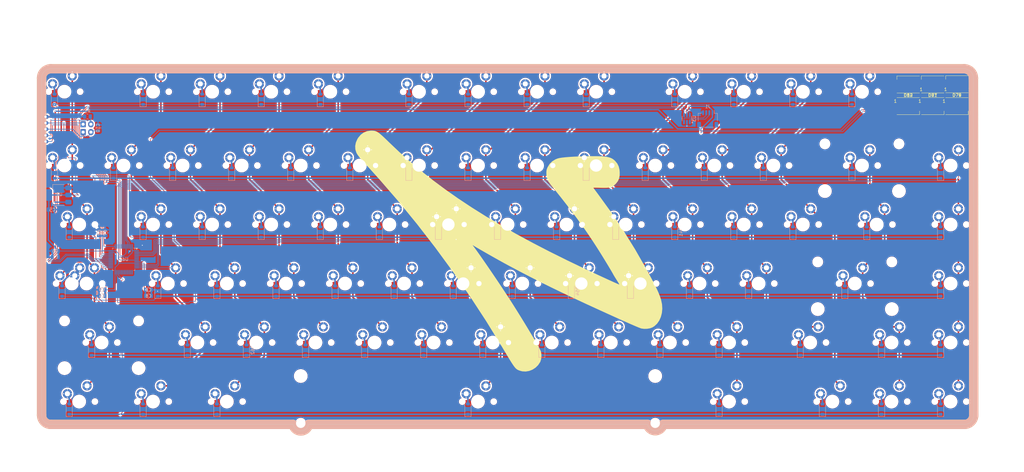
<source format=kicad_pcb>
(kicad_pcb (version 20240225) (generator "pcbnew") (generator_version "8.99")
  (layers (0 "F.Cu" signal) (31 "B.Cu" signal) (34 "B.Paste" user) (35 "F.Paste" user) (36 "B.SilkS" user "B.Silkscreen") (37 "F.SilkS" user "F.Silkscreen") (38 "B.Mask" user) (39 "F.Mask" user) (44 "Edge.Cuts" user))
  (net 0 "")
  (net 1 "+3.3V")
  (net 2 "GND")
  (net 3 "RST")
  (net 4 "Net-(D1-A)")
  (net 5 "R0")
  (net 6 "Net-(D2-A)")
  (net 7 "Net-(D3-A)")
  (net 8 "Net-(D4-A)")
  (net 9 "Net-(D5-A)")
  (net 10 "Net-(D6-A)")
  (net 11 "Net-(D7-A)")
  (net 12 "Net-(D8-A)")
  (net 13 "Net-(D9-A)")
  (net 14 "Net-(D10-A)")
  (net 15 "Net-(D11-A)")
  (net 16 "Net-(D12-A)")
  (net 17 "Net-(D13-A)")
  (net 18 "rgb")
  (net 19 "R1")
  (net 20 "Net-(D16-A)")
  (net 21 "Net-(D17-A)")
  (net 22 "Net-(D18-A)")
  (net 23 "Net-(D19-A)")
  (net 24 "Net-(D20-A)")
  (net 25 "Net-(D21-A)")
  (net 26 "Net-(D22-A)")
  (net 27 "Net-(D23-A)")
  (net 28 "Net-(D24-A)")
  (net 29 "Net-(D25-A)")
  (net 30 "Net-(D26-A)")
  (net 31 "Net-(D27-A)")
  (net 32 "Net-(D28-A)")
  (net 33 "Net-(D29-A)")
  (net 34 "Net-(D30-A)")
  (net 35 "R2")
  (net 36 "Net-(D31-A)")
  (net 37 "Net-(D32-A)")
  (net 38 "Net-(D33-A)")
  (net 39 "Net-(D34-A)")
  (net 40 "Net-(D35-A)")
  (net 41 "Net-(D36-A)")
  (net 42 "Net-(D37-A)")
  (net 43 "Net-(D38-A)")
  (net 44 "Net-(D39-A)")
  (net 45 "Net-(D40-A)")
  (net 46 "Net-(D41-A)")
  (net 47 "Net-(D42-A)")
  (net 48 "Net-(D43-A)")
  (net 49 "Net-(D44-A)")
  (net 50 "Net-(D45-A)")
  (net 51 "Net-(D46-A)")
  (net 52 "R3")
  (net 53 "Net-(D47-A)")
  (net 54 "Net-(D48-A)")
  (net 55 "Net-(D49-A)")
  (net 56 "Net-(D50-A)")
  (net 57 "Net-(D51-A)")
  (net 58 "Net-(D52-A)")
  (net 59 "Net-(D53-A)")
  (net 60 "Net-(D54-A)")
  (net 61 "Net-(D55-A)")
  (net 62 "Net-(D56-A)")
  (net 63 "Net-(D57-A)")
  (net 64 "Net-(D58-A)")
  (net 65 "R4")
  (net 66 "Net-(D59-A)")
  (net 67 "Net-(D60-A)")
  (net 68 "Net-(D61-A)")
  (net 69 "Net-(D62-A)")
  (net 70 "Net-(D63-A)")
  (net 71 "Net-(D64-A)")
  (net 72 "Net-(D65-A)")
  (net 73 "Net-(D66-A)")
  (net 74 "Net-(D67-A)")
  (net 75 "Net-(D68-A)")
  (net 76 "Net-(D69-A)")
  (net 77 "Net-(D70-A)")
  (net 78 "Net-(D71-A)")
  (net 79 "Net-(D72-A)")
  (net 80 "R5")
  (net 81 "Net-(D73-A)")
  (net 82 "Net-(D74-A)")
  (net 83 "Net-(D75-A)")
  (net 84 "Net-(D76-A)")
  (net 85 "Net-(D80-A)")
  (net 86 "Net-(D84-A)")
  (net 87 "Net-(D86-A)")
  (net 88 "Net-(D87-A)")
  (net 89 "Net-(D88-A)")
  (net 90 "Net-(J1-Pin_2)")
  (net 91 "+5V")
  (net 92 "Net-(J1-Pin_3)")
  (net 93 "DIO")
  (net 94 "CLK")
  (net 95 "boot")
  (net 96 "C0")
  (net 97 "C1")
  (net 98 "C2")
  (net 99 "C3")
  (net 100 "C4")
  (net 101 "C5")
  (net 102 "C6")
  (net 103 "C7")
  (net 104 "C8")
  (net 105 "C9")
  (net 106 "C10")
  (net 107 "C11")
  (net 108 "C12")
  (net 109 "C13")
  (net 110 "C14")
  (net 111 "D+")
  (net 112 "D-")
  (net 119 "Net-(D14-DOUT)")
  (net 125 "Net-(D77-DOUT)")
  (net 126 "Net-(D78-DOUT)")
  (net 127 "Net-(D79-DOUT)")
  (net 128 "Net-(D81-DOUT)")
  (footprint "MX_cherry:MXOnly-1U_N" (layer "F.Cu") (at -158.6175 110.58)
    (property "Reference" "SW64" (hide yes))
    (property "Value" "SW_Push" (hide yes))
  )
  (footprint "MX_cherry:MXOnly-1U_N" (layer "F.Cu") (at -106.23 53.43)
    (property "Reference" "SW24" (hide yes))
    (property "Value" "SW_Push" (hide yes))
  )
  (footprint "MX_cherry:MXOnly-1U_N" (layer "F.Cu") (at -144.31 29.62)
    (property "Reference" "SW6" (hide yes))
    (property "Value" "SW_Push" (hide yes))
  )
  (footprint "MX_cherry:MXOnly-1U_N" (layer "F.Cu") (at -30.03 53.43)
    (property "Reference" "SW28" (hide yes))
    (property "Value" "SW_Push" (hide yes))
  )
  (footprint "MX_cherry:MXOnly-1U_N" (layer "F.Cu") (at -1.46 29.62)
    (property "Reference" "SW13" (hide yes))
    (property "Value" "SW_Push" (hide yes))
  )
  (footprint "MX_cherry:MXOnly-1U_N" (layer "F.Cu") (at -230.055 129.63)
    (property "Reference" "SW75" (hide yes))
    (property "Value" "SW_Push" (hide yes))
  )
  (footprint "MX_cherry:MXOnly-1U_N" (layer "F.Cu") (at -58.605 72.48)
    (property "Reference" "SW41" (hide yes))
    (property "Value" "SW_Push" (hide yes))
  )
  (footprint "MX_cherry:MXOnly-1U_N" (layer "F.Cu") (at -258.64 29.59)
    (property "Reference" "SW1" (hide yes))
    (property "Value" "SW_Push" (hide yes))
  )
  (footprint "MX_cherry:MXOnly-1U_N" (layer "F.Cu") (at -101.4675 110.58)
    (property "Reference" "SW67" (hide yes))
    (property "Value" "SW_Push" (hide yes))
  )
  (footprint "MX_cherry:MXOnly-1U_N" (layer "F.Cu") (at -39.555 72.48)
    (property "Reference" "SW42" (hide yes))
    (property "Value" "SW_Push" (hide yes))
  )
  (footprint "MX_cherry:MXOnly-1U_N" (layer "F.Cu") (at -39.56 29.62)
    (property "Reference" "SW11" (hide yes))
    (property "Value" "SW_Push" (hide yes))
  )
  (footprint "MX_cherry:MXOnly-1U_N" (layer "F.Cu") (at -182.43 53.43)
    (property "Reference" "SW20" (hide yes))
    (property "Value" "SW_Push" (hide yes))
  )
  (footprint "MX_cherry:MXOnly-1U_N" (layer "F.Cu") (at -68.13 53.43)
    (property "Reference" "SW26" (hide yes))
    (property "Value" "SW_Push" (hide yes))
  )
  (footprint "MX_cherry:MXOnly-1U_N" (layer "F.Cu") (at 27.12 129.63)
    (property "Reference" "SW88" (hide yes))
    (property "Value" "SW_Push" (hide yes))
  )
  (footprint "Connector_JST:JST_PH_B5B-PH-K_1x05_P2.00mm_Vertical" (layer "F.Cu") (at -264.7 37.7 -90)
    (property "Reference" "J2" (hide yes))
    (property "Value" "Conn_01x05_Socket" (hide yes))
  )
  (footprint "MX_cherry:MXOnly-1U_N" (layer "F.Cu") (at -177.6675 110.58)
    (property "Reference" "SW63" (hide yes))
    (property "Value" "SW_Push" (hide yes))
  )
  (footprint "MX_cherry:MXOnly-1U_N" (layer "F.Cu") (at -44.3175 110.58)
    (property "Reference" "SW70" (hide yes))
    (property "Value" "SW_Push" (hide yes))
  )
  (footprint "MX_cherry:MXOnly-1.5U_N" (layer "F.Cu") (at 3.308 72.48)
    (property "Reference" "SW44" (hide yes))
    (property "Value" "SW_Push" (hide yes))
  )
  (footprint "MX_cherry:MXOnly-1U_N" (layer "F.Cu") (at -187.1925 91.53)
    (property "Reference" "SW49" (hide yes))
    (property "Value" "SW_Push" (hide yes))
  )
  (footprint "MX_cherry:MXOnly-1U_N" (layer "F.Cu") (at -115.755 72.48)
    (property "Reference" "SW38" (hide yes))
    (property "Value" "SW_Push" (hide yes))
  )
  (footprint "MX_cherry:MXOnly-1.5U_N" (layer "F.Cu") (at -44.317 129.63)
    (property "Reference" "SW84" (hide yes))
    (property "Value" "SW_Push" (hide yes))
  )
  (footprint "MX_cherry:MXOnly-1U_N" (layer "F.Cu") (at -191.955 72.48)
    (property "Reference" "SW34" (hide yes))
    (property "Value" "SW_Push" (hide yes))
  )
  (footprint "MX_cherry:MXOnly-1U_N" (layer "F.Cu") (at 8.07 110.58)
    (property "Reference" "SW73" (hide yes))
    (property "Value" "SW_Push" (hide yes))
  )
  (footprint "MX_cherry:MXOnly-1.5U_N" (layer "F.Cu") (at -206.242 129.63)
    (property "Reference" "SW76" (hide yes))
    (property "Value" "SW_Push" (hide yes))
  )
  (footprint "MX_cherry:MXOnly-1U_N" (layer "F.Cu") (at -110.9925 91.53)
    (property "Reference" "SW53" (hide yes))
    (property "Value" "SW_Push" (hide yes))
  )
  (footprint "MX_cherry:MXOnly-1U_N" (layer "F.Cu") (at -49.08 53.43)
    (property "Reference" "SW27" (hide yes))
    (property "Value" "SW_Push" (hide yes))
  )
  (footprint "MX_cherry:MXOnly-2.25U_N" (layer "F.Cu") (at -3.7619 91.53)
    (property "Reference" "SW59" (hide yes))
    (property "Value" "SW_Push" (hide yes))
  )
  (footprint "MX_cherry:MXOnly-1U_N" (layer "F.Cu") (at -230.05 29.61)
    (property "Reference" "SW2" (hide yes))
    (property "Value" "SW_Push" (hide yes))
  )
  (footprint "MX_cherry:MXOnly-1U_N" (layer "F.Cu") (at -144.33 53.43)
    (property "Reference" "SW22" (hide yes))
    (property "Value" "SW_Push" (hide yes))
  )
  (footprint "MX_cherry:MXOnly-1U_N" (layer "F.Cu") (at 27.12 91.53)
    (property "Reference" "SW60" (hide yes))
    (property "Value" "SW_Push" (hide yes))
  )
  (footprint "Connector_JST:JST_EH_B2B-EH-A_1x02_P2.50mm_Vertical" (layer "F.Cu") (at -252.6 42.65)
    (property "Reference" "SWbôtrst1" (hide yes))
    (property "Value" "SW_Push" (hide yes))
  )
  (footprint "MX_cherry:MXOnly-1U_N" (layer "F.Cu") (at 27.12 110.58)
    (property "Reference" "SW74" (hide yes))
    (property "Value" "SW_Push" (hide yes))
  )
  (footprint "MX_cherry:MXOnly-1U_N" (layer "F.Cu") (at -220.53 53.43)
    (property "Reference" "SW18" (hide yes))
    (property "Value" "SW_Push" (hide yes))
  )
  (footprint "MX_cherry:MXOnly-1U_N" (layer "F.Cu") (at 27.12 72.48)
    (property "Reference" "SW45" (hide yes))
    (property "Value" "SW_Push" (hide yes))
  )
  (footprint "MX_cherry:MXOnly-1U_N" (layer "F.Cu") (at -10.98 129.63)
    (property "Reference" "SW86" (hide yes))
    (property "Value" "SW_Push" (hide yes))
  )
  (footprint "LED_SMD:LED_WS2812B_PLCC4_5.0x5.0mm_P3.2mm" (layer "F.Cu") (at 13.47 34.24)
    (property "Reference" "D82")
    (property "Value" "WS2812B")
  )
  (footprint "LED_SMD:LED_WS2812B_PLCC4_5.0x5.0mm_P3.2mm" (layer "F.Cu") (at 21.36 27.25 180)
    (property "Reference" "D77")
    (property "Value" "WS2812B")
  )
  (footprint "MX_cherry:MXOnly-1U_N" (layer "F.Cu") (at -106.21 29.62)
    (property "Reference" "SW8" (hide yes))
    (property "Value" "SW_Push" (hide yes))
  )
  (footprint "MX_cherry:MXOnly-1U_N" (layer "F.Cu") (at 27.12 53.43)
    (property "Reference" "SW30" (hide yes))
    (property "Value" "SW_Push" (hide yes))
  )
  (footprint "MX_cherry:MXOnly-1U_N" (layer "F.Cu") (at -139.5675 110.58)
    (property "Reference" "SW65" (hide yes))
    (property "Value" "SW_Push" (hide yes))
  )
  (footprint "MX_cherry:MXOnly-1U_N" (layer "F.Cu") (at -225.2925 91.53)
    (property "Reference" "SW47" (hide yes))
    (property "Value" "SW_Push" (hide yes))
  )
  (footprint "MX_cherry:MXOnly-2U_N" (layer "F.Cu") (at -1.455 53.43)
    (property "Reference" "SW29" (hide yes))
    (property "Value" "SW_Push" (hide yes))
  )
  (footprint "LED_SMD:LED_WS2812B_PLCC4_5.0x5.0mm_P3.2mm" (layer "F.Cu") (at 29.18 27.21 180)
    (property "Reference" "D78")
    (property "Value" "WS2812B")
  )
  (footprint "MX_cherry:MXOnly-1U_N" (layer "F.Cu") (at -34.7925 91.53)
    (property "Reference" "SW57" (hide yes))
    (property "Value" "SW_Push" (hide yes))
  )
  (footprint "MX_cherry:MXOnly-1U_N" (layer "F.Cu") (at -125.26 29.62)
    (property "Reference" "SW7" (hide yes))
    (property "Value" "SW_Push" (hide yes))
  )
  (footprint "MX_cherry:MXOnly-2.25U_N" (layer "F.Cu") (at -246.6494 110.58)
    (property "Reference" "SW58" (hide yes))
    (property "Value" "SW_Push" (hide yes))
  )
  (footprint "MX_cherry:MXOnly-1U_N" (layer "F.Cu") (at -153.855 72.48)
    (property "Reference" "SW36" (hide yes))
    (property "Value" "SW_Push" (hide yes))
  )
  (footprint "MX_cherry:MXOnly-1U_N" (layer "F.Cu") (at -206.2425 91.53)
    (property "Reference" "SW48" (hide yes))
    (property "Value" "SW_Push" (hide yes))
  )
  (footprint "LED_SMD:LED_WS2812B_PLCC4_5.0x5.0mm_P3.2mm" (layer "F.Cu") (at 29.16 34.25)
    (property "Reference" "D79")
    (property "Value" "WS2812B")
  )
  (footprint "MX_cherry:MXOnly-1U_N" (layer "F.Cu") (at -149.0925 91.53)
    (property "Reference" "SW51" (hide yes))
    (property "Value" "SW_Push" (hide yes))
  )
  (footprint "MX_cherry:MXOnly-1U_N" (layer "F.Cu") (at -130.0425 91.53)
    (property "Reference" "SW52" (hide yes))
    (property "Value" "SW_Push" (hide yes))
  )
  (footprint "MX_cherry:MXOnly-1U_N" (layer "F.Cu") (at -87.18 53.43)
    (property "Reference" "SW25" (hide yes))
    (property "Value" "SW_Push" (hide yes))
  )
  (footprint "MX_cherry:MXOnly-1U_N" (layer "F.Cu") (at -215.7675 110.58)
    (property "Reference" "SW61" (hide yes))
    (property "Value" "SW_Push" (hide yes))
  )
  (footprint "MX_cherry:MXOnly-1U_N" (layer "F.Cu") (at -72.8925 91.53)
    (property "Reference" "SW55" (hide yes))
    (property "Value" "SW_Push" (hide yes))
  )
  (footprint "MX_cherry:MXOnly-1.25U_N" (layer "F.Cu") (at -256.249 91.53)
    (property "Reference" "SW1000" (hide yes))
    (property "Value" "SW_Push" (hide yes))
  )
  (footprint "MX_cherry:MXOnly-1U_N" (layer "F.Cu") (at -82.4175 110.58)
    (property "Reference" "SW68" (hide yes))
    (property "Value" "SW_Push" (hide yes))
  )
  (footprint "MX_cherry:MXOnly-1U_N" (layer "F.Cu") (at -63.3675 110.58)
    (property "Reference" "SW69" (hide yes))
    (property "Value" "SW_Push" (hide yes))
  )
  (footprint "MX_cherry:MXOnly-1U_N" (layer "F.Cu") (at -53.8425 91.53)
    (property "Reference" "SW56" (hide yes))
    (property "Value" "SW_Push" (hide yes))
  )
  (footprint "MX_cherry:MXOnly-1U_N" (layer "F.Cu") (at -91.9425 91.53)
    (property "Reference" "SW54" (hide yes))
    (property "Value" "SW_Push" (hide yes))
  )
  (footprint "MX_cherry:MXOnly-1.75U_N" (layer "F.Cu") (at -251.486 91.53)
    (property "Reference" "SW46" (hide yes))
    (property "Value" "SW_Push" (hide yes))
  )
  (footprint "logo:Nuxros logo_1" (layer "F.Cu") (at -115.357188 81.363423)
    (property "Reference" "G***")
    (property "Value" "LOGO" (hide yes))
  )
  (footprint "MX_cherry:MXOnly-1U_N" (layer "F.Cu") (at -196.7175 110.58)
    (property "Reference" "SW62" (hide yes))
    (property "Value" "SW_Push" (hide yes))
  )
  (footprint "MX_cherry:MXOnly-1U_N" (layer "F.Cu") (at -230.055 72.48)
    (property "Reference" "SW32" (hide yes))
    (property "Value" "SW_Push" (hide yes))
  )
  (footprint "MX_cherry:MXOnly-1U_N" (layer "F.Cu") (at -168.1425 91.53)
    (property "Reference" "SW50" (hide yes))
    (property "Value" "SW_Push" (hide yes))
  )
  (footprint "MX_cherry:MXOnly-1U_N" (layer "F.Cu") (at -120.5175 110.58)
    (property "Reference" "SW66" (hide yes))
    (property "Value" "SW_Push" (hide yes))
  )
  (footprint "MX_cherry:MXOnly-1U_N" (layer "F.Cu") (at -191.95 29.61)
    (property "Reference" "SW4" (hide yes))
    (property "Value" "SW_Push" (hide yes))
  )
  (footprint "MX_cherry:MXOnly-1U_N" (layer "F.Cu") (at -172.9 29.61)
    (property "Reference" "SW5" (hide yes))
    (property "Value" "SW_Push" (hide yes))
  )
  (footprint "MX_cherry:MXOnly-1U_N" (layer "F.Cu") (at -77.655 72.48)
    (property "Reference" "SW40" (hide yes))
    (property "Value" "SW_Push" (hide yes))
  )
  (footprint "MX_cherry:MXOnly-1U_N" (layer "F.Cu") (at -172.905 72.48)
    (property "Reference" "SW35" (hide yes))
    (property "Value" "SW_Push" (hide yes))
  )
  (footprint "MX_cherry:MXOnly-1U_N" (layer "F.Cu") (at -163.38 53.43)
    (property "Reference" "SW21" (hide yes))
    (property "Value" "SW_Push" (hide yes))
  )
  (footprint "MX_cherry:MXOnly-1U_N" (layer "F.Cu") (at -87.16 29.62)
    (property "Reference" "SW9" (hide yes))
    (property "Value" "SW_Push" (hide yes))
  )
  (footprint "Connector_JST:JST_EH_B2B-EH-A_1x02_P2.50mm_Vertical" (layer "F.Cu") (at -252.6 40.11)
    (property "Reference" "SWbôt1" (hide yes))
    (property "Value" "SW_Push" (hide yes))
  )
  (footprint "MX_cherry:MXOnly-1U_N" (layer "F.Cu") (at 8.07 129.63)
    (property "Reference" "SW87" (hide yes))
    (property "Value" "SW_Push" (hide yes))
  )
  (footprint "MX_cherry:MXOnly-1.5U_N" (layer "F.Cu") (at -253.867 129.63)
    (property "Reference" "SW72" (hide yes))
    (property "Value" "SW_Push" (hide yes))
  )
  (footprint "LED_SMD:LED_WS2812B_PLCC4_5.0x5.0mm_P3.2mm" (layer "F.Cu") (at 13.48 27.27 180)
    (property "Reference" "D14")
    (property "Value" "WS2812B")
  )
  (footprint "MX_cherry:MXOnly-1U_N" (layer "F.Cu") (at -211.005 72.48)
    (property "Reference" "SW33" (hide yes))
    (property "Value" "SW_Push" (hide yes))
  )
  (footprint "MX_cherry:MXOnly-1U_N" (layer "F.Cu") (at -58.61 29.62)
    (property "Reference" "SW10" (hide yes))
    (property "Value" "SW_Push" (hide yes))
  )
  (footprint "MX_cherry:MXOnly-1.75U_N" (layer "F.Cu") (at -18.1235 110.58)
    (property "Reference" "SW71" (hide yes))
    (property "Value" "SW_Push" (hide yes))
  )
  (footprint "MX_cherry:MXOnly-7U-ReversedStabilizers_N" (layer "F.Cu") (at -125.27 129.6425)
    (property "Reference" "SW80" (hide yes))
    (property "Value" "SW_Push" (hide yes))
  )
  (footprint "MX_cherry:MXOnly-1U_N" (layer "F.Cu") (at -20.51 29.62)
    (property "Reference" "SW12" (hide yes))
    (property "Value" "SW_Push" (hide yes))
  )
  (footprint "MX_cherry:MXOnly-1U_N" (layer "F.Cu") (at -211 29.61)
    (property "Reference" "SW3" (hide yes))
    (property "Value" "SW_Push" (hide yes))
  )
  (footprint "MX_cherry:MXOnly-1U_N" (layer "F.Cu") (at -125.28 53.43)
    (property "Reference" "SW23" (hide yes))
    (property "Value" "SW_Push" (hide yes))
  )
  (footprint "MX_cherry:MXOnly-1U_N" (layer "F.Cu") (at -134.805 72.48)
    (property "Reference" "SW37" (hide yes))
    (property "Value" "SW_Push" (hide yes))
  )
  (footprint "MX_cherry:MXOnly-1U_N" (layer "F.Cu") (at -239.58 53.43)
    (property "Reference" "SW17" (hide yes))
    (property "Value" "SW_Push" (hide yes))
  )
  (footprint "LED_SMD:LED_WS2812B_PLCC4_5.0x5.0mm_P3.2mm" (layer "F.Cu") (at 21.37 34.24)
    (property "Reference" "D81")
    (property "Value" "WS2812B")
  )
  (footprint "MX_cherry:MXOnly-1.5U_N" (layer "F.Cu") (at -253.867 72.48)
    (property "Reference" "SW31" (hide yes))
    (property "Value" "SW_Push" (hide yes))
  )
  (footprint "MX_cherry:MXOnly-1U_N" (layer "F.Cu") (at -96.705 72.48)
    (property "Reference" "SW39" (hide yes))
    (property "Value" "SW_Push" (hide yes))
  )
  (footprint "MX_cherry:MXOnly-1U_N" (layer "F.Cu") (at -201.48 53.43)
    (property "Reference" "SW19" (hide yes))
    (property "Value" "SW_Push" (hide yes))
  )
  (footprint "MX_cherry:MXOnly-1U_N" (layer "F.Cu") (at -20.505 72.48)
    (property "Reference" "SW43" (hide yes))
    (property "Value" "SW_Push" (hide yes))
  )
  (footprint "MX_cherry:MXOnly-1U_N" (layer "F.Cu") (at -258.63 53.43)
    (property "Reference" "SW16" (hide yes))
    (property "Value" "SW_Push" (hide yes))
  )
  (footprint "Diode_SMD:D_SOD-123" (layer "B.Cu") (at -57.055 93.9725 90)
    (property "Reference" "D56" (hide yes))
    (property "Value" "D_Small")
  )
  (footprint "Diode_SMD:D_SOD-123" (layer "B.Cu") (at -52.2925 55.8725 90)
    (property "Reference" "D27" (hide yes))
    (property "Value" "D_Small")
  )
  (footprint "Diode_SMD:D_SOD-123" (layer "B.Cu") (at -147.5225 32.0625 90)
    (property "Reference" "D6" (hide yes))
    (property "Value" "D_Small")
  )
  (footprint "Diode_SMD:D_SOD-123" (layer "B.Cu") (at -214.2175 74.9225 90)
    (property "Reference" "D33" (hide yes))
    (property "Value" "D_Small")
  )
  (footprint "Diode_SMD:D_SOD-123" (layer "B.Cu") (at -233.2675 132.0725 90)
    (property "Reference" "D75" (hide yes))
    (property "Value" "D_Small")
  )
  (footprint "Diode_SMD:D_SOD-123" (layer "B.Cu") (at -223.7425 55.8725 90)
    (property "Reference" "D18" (hide yes))
    (property "Value" "D_Small")
  )
  (footprint "Diode_SMD:D_SOD-123" (layer "B.Cu") (at -14.1925 132.0725 90)
    (property "Reference" "D86" (hide yes))
    (property "Value" "D_Small")
  )
  (footprint "Diode_SMD:D_SOD-123" (layer "B.Cu") (at -76.105 93.9725 90)
    (property "Reference" "D55" (hide yes))
    (property "Value" "D_Small")
  )
  (footprint "Diode_SMD:D_SOD-123" (layer "B.Cu") (at -249.8619 113.0225 90)
    (property "Reference" "D58" (hide yes))
    (property "Value" "D_Small")
  )
  (footprint "Diode_SMD:D_SOD-123" (layer "B.Cu") (at -42.7675 74.9225 90)
    (property "Reference" "D42" (hide yes))
    (property "Value" "D_Small")
  )
  (footprint "Diode_SMD:D_SOD-123" (layer "B.Cu") (at -21.336 113.0225 90)
    (property "Reference" "D71" (hide yes))
    (property "Value" "D_Small")
  )
  (footprint "Diode_SMD:D_SOD-123" (layer "B.Cu") (at -185.6425 55.8725 90)
    (property "Reference" "D20" (hide yes))
    (property "Value" "D_Small")
  )
  (footprint "Capacitor_SMD:C_0805_2012Metric" (layer "B.Cu") (at -247.8 41.28 90)
    (property "Reference" "C10")
    (property "Value" "4.7uF")
  )
  (footprint "Diode_SMD:D_SOD-123" (layer "B.Cu") (at -118.9675 74.9225 90)
    (property "Reference" "D38" (hide yes))
    (property "Value" "D_Small")
  )
  (footprint "Diode_SMD:D_SOD-123" (layer "B.Cu") (at -161.83 113.0225 90)
    (property "Reference" "D64" (hide yes))
    (property "Value" "D_Small")
  )
  (footprint "Diode_SMD:D_SOD-123" (layer "B.Cu") (at -180.88 113.0225 90)
    (property "Reference" "D63" (hide yes))
    (property "Value" "D_Small")
  )
  (footprint "Diode_SMD:D_SOD-123" (layer "B.Cu") (at -66.58 113.0225 90)
    (property "Reference" "D69" (hide yes))
    (property "Value" "D_Small")
  )
  (footprint "Diode_SMD:D_SOD-123" (layer "B.Cu") (at -242.7925 55.8725 90)
    (property "Reference" "D17" (hide yes))
    (property "Value" "D_Small")
  )
  (footprint "Diode_SMD:D_SOD-123" (layer "B.Cu") (at -42.7725 32.0625 90)
    (property "Reference" "D11" (hide yes))
    (property "Value" "D_Small")
  )
  (footprint "Diode_SMD:D_SOD-123" (layer "B.Cu") (at 23.9075 93.9725 90)
    (property "Reference" "D60" (hide yes))
    (property "Value" "D_Small")
  )
  (footprint "Capacitor_SMD:C_0805_2012Metric" (layer "B.Cu") (at -261.55 81.03)
    (property "Reference" "C6")
    (property "Value" "4.7uF")
  )
  (footprint "Package_QFP:LQFP-48_7x7mm_P0.5mm" (layer "B.Cu") (at -239.51 83.71 180)
    (property "Reference" "Ud1")
    (property "Value" "STM32F072-LQFP48")
  )
  (footprint "Diode_SMD:D_SOD-123" (layer "B.Cu") (at -133.255 93.9725 90)
    (property "Reference" "D52" (hide yes))
    (property "Value" "D_Small")
  )
  (footprint "Diode_SMD:D_SOD-123" (layer "B.Cu") (at -166.5925 55.8725 90)
    (property "Reference" "D21" (hide yes))
    (property "Value" "D_Small")
  )
  (footprint "Diode_SMD:D_SOD-123" (layer "B.Cu") (at -171.355 93.9725 90)
    (property "Reference" "D50" (hide yes))
    (property "Value" "D_Small")
  )
  (footprint "Diode_SMD:D_SOD-123" (layer "B.Cu") (at -90.3725 32.0625 90)
    (property "Reference" "D9" (hide yes))
    (property "Value" "D_Small")
  )
  (footprint "Diode_SMD:D_SOD-123" (layer "B.Cu") (at -104.68 113.0225 90)
    (property "Reference" "D67" (hide yes))
    (property "Value" "D_Small")
  )
  (footprint "Diode_SMD:D_SOD-123" (layer "B.Cu") (at -38.005 93.9725 90)
    (property "Reference" "D57" (hide yes))
    (property "Value" "D_Small")
  )
  (footprint "Diode_SMD:D_SOD-123" (layer "B.Cu") (at -195.1625 32.0525 90)
    (property "Reference" "D4" (hide yes))
    (property "Value" "D_Small")
  )
  (footprint "Diode_SMD:D_SOD-123" (layer "B.Cu") (at -90.3925 55.8725 90)
    (property "Reference" "D25" (hide yes))
    (property "Value" "D_Small")
  )
  (footprint "Diode_SMD:D_SOD-123" (layer "B.Cu") (at -47.53 113.0225 90)
    (property "Reference" "D70" (hide yes))
    (property "Value" "D_Small")
  )
  (footprint "Diode_SMD:D_SOD-123" (layer "B.Cu") (at -85.63 113.0225 90)
    (property "Reference" "D68" (hide yes))
    (property "Value" "D_Small")
  )
  (footprint "Diode_SMD:D_SOD-123" (layer "B.Cu") (at -80.8675 74.9225 90)
    (property "Reference" "D40" (hide yes))
    (property "Value" "D_Small")
  )
  (footprint "Package_TO_SOT_SMD:SOT-223-3_TabPin2" (layer "B.Cu") (at -260.5 62.95 180)
    (property "Reference" "U2")
    (property "Value" "AMS1117")
  )
  (footprint "Diode_SMD:D_SOD-123" (layer "B.Cu") (at -114.205 93.9725 90)
    (property "Reference" "D53" (hide yes))
    (property "Value" "D_Small")
  )
  (footprint "Diode_SMD:D_SOD-123" (layer "B.Cu") (at -157.0675 74.9225 90)
    (property "Reference" "D36" (hide yes))
    (property "Value" "D_Small")
  )
  (footprint "Diode_SMD:D_SOD-123" (layer "B.Cu") (at -190.405 93.9725 90)
    (property "Reference" "D49" (hide yes))
    (property "Value" "D_Small")
  )
  (footprint "Diode_SMD:D_SOD-123" (layer "B.Cu") (at 4.8575 132.0725 90)
    (property "Reference" "D87" (hide yes))
    (property "Value" "D_Small")
  )
  (footprint "Diode_SMD:D_SOD-123" (layer "B.Cu") (at -6.9744 93.9725 90)
    (property "Reference" "D59" (hide yes))
    (property "Value" "D_Small")
  )
  (footprint "Diode_SMD:D_SOD-123" (layer "B.Cu") (at -261.8425 32.06 90)
    (property "Reference" "D1" (hide yes))
    (property "Value" "D_Small")
  )
  (footprint "Diode_SMD:D_SOD-123" (layer "B.Cu") (at -195.1675 74.9225 90)
    (property "Reference" "D34" (hide yes))
    (property "Value" "D_Small")
  )
  (footprint "Diode_SMD:D_SOD-123" (layer "B.Cu") (at 0.0955 74.9225 90)
    (property "Reference" "D44" (hide yes))
    (property "Value" "D_Small")
  )
  (footprint "Diode_SMD:D_SOD-123" (layer "B.Cu") (at 4.8575 113.0225 90)
    (property "Reference" "D73" (hide yes))
    (property "Value" "D_Small")
  )
  (footprint "Diode_SMD:D_SOD-123" (layer "B.Cu") (at 23.9075 74.9225 90)
    (property "Reference" "D45" (hide yes))
    (property "Value" "D_Small")
  )
  (footprint "Diode_SMD:D_SOD-123" (layer "B.Cu") (at -61.8175 74.9225 90)
    (property "Reference" "D41")
    (property "Value" "D_Small")
  )
  (footprint "Diode_SMD:D_SOD-123" (layer "B.Cu") (at -61.8225 32.0625 90)
    (property "Reference" "D10" (hide yes))
    (property "Value" "D_Small")
  )
  (footprint "Diode_SMD:D_SOD-123" (layer "B.Cu") (at -176.1125 32.0525 90)
    (property "Reference" "D5" (hide yes))
    (property "Value" "D_Small")
  )
  (footprint "Package_TO_SOT_SMD:SOT-23-6" (layer "B.Cu") (at -57.9 38.2625 90)
    (property "Reference" "U3")
    (property "Value" "USBLC6-2SC6")
  )
  (footprint "Capacitor_SMD:C_0805_2012Metric" (layer "B.Cu") (at -247.4 75.14 -90)
    (property "Reference" "C2")
    (property "Value" "4.7uF")
  )
  (footprint "Diode_SMD:D_SOD-123" (layer "B.Cu") (at -23.7225 32.0625 90)
    (property "Reference" "D12" (hide yes))
    (property "Value" "D_Small")
  )
  (footprint "Diode_SMD:D_SOD-123" (layer "B.Cu") (at -128.4925 55.8725 90)
    (property "Reference" "D23" (hide yes))
    (property "Value" "D_Small")
  )
  (footprint "Capacitor_SMD:C_0805_2012Metric" (layer "B.Cu") (at -261.55 82.99)
    (property "Reference" "C1")
    (property "Value" "100nF")
  )
  (footprint "Diode_SMD:D_SOD-123" (layer "B.Cu") (at 23.9075 55.8725 90)
    (property "Reference" "D30" (hide yes))
    (property "Value" "D_Small")
  )
  (footprint "Diode_SMD:D_SOD-123" (layer "B.Cu") (at -257.0795 132.0725 90)
    (property "Reference" "D72" (hide yes))
    (property "Value" "D_Small")
  )
  (footprint "Diode_SMD:D_SOD-123" (layer "B.Cu") (at -4.6675 55.8725 90)
    (property "Reference" "D29" (hide yes))
    (property "Value" "D_Small")
  )
  (footprint "Diode_SMD:D_SOD-123" (layer "B.Cu") (at -99.9175 74.9225 90)
    (property "Reference" "D39" (hide yes))
    (property "Value" "D_Small")
  )
  (footprint "Diode_SMD:D_SOD-123" (layer "B.Cu") (at -95.155 93.9725 90)
    (property "Reference" "D54")
    (property "Value" "D_Small")
  )
  (footprint "logo:Nuxros logo" (layer "B.Cu") (at -150.63 125.01 180)
    (property "Reference" "G***" (hide yes))
    (property "Value" "LOGO" (hide yes))
  )
  (footprint "Diode_SMD:D_SOD-123" (layer "B.Cu") (at 23.9075 113.0225 90)
    (property "Reference" "D74" (hide yes))
    (property "Value" "D_Small")
  )
  (footprint "Diode_SMD:D_SOD-123" (layer "B.Cu") (at -199.93 113.0225 90)
    (property "Reference" "D62")
    (property "Value" "D_Small")
  )
  (footprint "Capacitor_SMD:C_0805_2012Metric" (layer "B.Cu") (at -231.54 95.5 180)
    (property "Reference" "C8")
    (property "Value" "4.7uF")
  )
  (footprint "Diode_SMD:D_SOD-123" (layer "B.Cu") (at -147.5425 55.8725 90)
    (property "Reference" "D22" (hide yes))
    (property "Value" "D_Small")
  )
  (footprint "Diode_SMD:D_SOD-123" (layer "B.Cu") (at -233.2625 32.0525 90)
    (property "Reference" "D2" (hide yes))
    (property "Value" "D_Small")
  )
  (footprint "Diode_SMD:D_SOD-123" (layer "B.Cu") (at -209.4545 132.0725 90)
    (property "Reference" "D76" (hide yes))
    (property "Value" "D_Small")
  )
  (footprint "Capacitor_SMD:C_0805_2012Metric" (layer "B.Cu") (at -245.44 75.14 -90)
    (property "Reference" "C7")
    (property "Value" "100nF")
  )
  (footprint "Diode_SMD:D_SOD-123" (layer "B.Cu") (at 23.9075 132.0725 90)
    (property "Reference" "D88" (hide yes))
    (property "Value" "D_Small")
  )
  (footprint "Diode_SMD:D_SOD-123" (layer "B.Cu") (at -152.305 93.9725 90)
    (property "Reference" "D51" (hide yes))
    (property "Value" "D_Small")
  )
  (footprint "Diode_SMD:D_SOD-123" (layer "B.Cu") (at -209.455 93.9725 90)
    (property "Reference" "D48" (hide yes))
    (property "Value" "D_Small")
  )
  (footprint "Diode_SMD:D_SOD-123" (layer "B.Cu") (at -33.2425 55.8725 90)
    (property "Reference" "D28" (hide yes))
    (property "Value" "D_Small")
  )
  (footprint "Capacitor_SMD:C_0805_2012Metric" (layer "B.Cu") (at -246.51 95.5)
    (property "Reference" "C4")
    (property "Value" "4.7uF")
  )
  (footprint "Capacitor_SMD:C_0805_2012Metric" (layer "B.Cu") (at -231.54 93.54 180)
    (property "Reference" "C3")
    (property "Value" "100nF")
  )
  (footprint "Diode_SMD:D_SOD-123" (layer "B.Cu") (at -142.78 113.0225 90)
    (property "Reference" "D65" (hide yes))
    (property "Value" "D_Small")
  )
  (footprint "Diode_SMD:D_SOD-123" (layer "B.Cu") (at -128.5025 132.07 90)
    (property "Reference" "D80" (hide yes))
    (property "Value" "D_Small")
  )
  (footprint "Diode_SMD:D_SOD-123" (layer "B.Cu") (at -228.505 93.9725 90)
    (property "Reference" "D47" (hide yes))
    (property "Value" "D_Small")
  )
  (footprint "Capacitor_SMD:C_0805_2012Metric" (layer "B.Cu") (at -246.51 93.54)
    (property "Reference" "C9")
    (property "Value" "4.7uF")
  )
  (footprint "Diode_SMD:D_SOD-123" (layer "B.Cu") (at -128.4725 32.0625 90)
    (property "Reference" "D7" (hide yes))
    (property "Value" "D_Small")
  )
  (footprint "Diode_SMD:D_SOD-123" (layer "B.Cu") (at -176.1175 74.9225 90)
    (property "Reference" "D35" (hide yes))
    (property "Value" "D_Small")
  )
  (footprint "Diode_SMD:D_SOD-123" (layer "B.Cu") (at -138.0175 74.9225 90)
    (property "Reference" "D37" (hide yes))
    (property "Value" "D_Small")
  )
  (footprint "Diode_SMD:D_SOD-123" (layer "B.Cu") (at -259.4 93.9725 90)
    (property "Reference" "D46" (hide yes))
    (property "Value" "D_Small")
  )
  (footprint "Diode_SMD:D_SOD-123" (layer "B.Cu") (at -109.4425 55.8725 90)
    (property "Reference" "D24" (hide yes))
    (property "Value" "D_Small")
  )
  (footprint "Diode_SMD:D_SOD-123" (layer "B.Cu") (at -257.0795 74.9225 90)
    (property "Reference" "D31" (hide yes))
    (property "Value" "D_Small")
  )
  (footprint "Diode_SMD:D_SOD-123" (layer "B.Cu") (at -4.6725 32.0625 90)
    (property "Reference" "D13" (hide yes))
    (property "Value" "D_Small")
  )
  (footprint "Diode_SMD:D_SOD-123" (layer "B.Cu") (at -204.6925 55.8725 90)
    (property "Reference" "D19" (hide yes))
    (property "Value" "D_Small")
  )
  (footprint "Diode_SMD:D_SOD-123" (layer "B.Cu") (at -123.73 113.0225 90)
    (property "Reference" "D66" (hide yes))
    (property "Value" "D_Small")
  )
  (footprint "Diode_SMD:D_SOD-123" (layer "B.Cu") (at -233.2675 74.9225 90)
    (property "Reference" "D32" (hide yes))
    (property "Value" "D_Small")
  )
  (footprint "Resistor_SMD:R_0805_2012Metric" (layer "B.Cu") (at -251.2 37.61 180)
    (property "Reference" "R1")
    (property "Value" "R_Small")
  )
  (footprint "Diode_SMD:D_SOD-123" (layer "B.Cu") (at -109.4225 32.0625 90)
    (property "Reference" "D8" (hide yes))
    (property "Value" "D_Small")
  )
  (footprint "Diode_SMD:D_SOD-123" (layer "B.Cu") (at -47.5295 132.0725 90)
    (property "Reference" "D84" (hide yes))
    (property "Value" "D_Small")
  )
  (footprint "Capacitor_SMD:C_0805_2012Metric" (layer "B.Cu") (at -262.86 67.66 180)
    (property "Reference" "C5")
    (property "Value" "100nF")
  )
  (footprint "Diode_SMD:D_SOD-123" (layer "B.Cu") (at -71.3425 55.8725 90)
    (property "Reference" "D26" (hide yes))
    (property "Value" "D_Small")
  )
  (footprint "Diode_SMD:D_SOD-123" (layer "B.Cu") (at -23.7175 74.9225 90)
    (property "Reference" "D43" (hide yes))
    (property "Value" "D_Small")
  )
  (footprint "Diode_SMD:D_SOD-123" (layer "B.Cu") (at -261.8425 55.8725 90)
    (property "Reference" "D16" (hide yes))
    (property "Value" "D_Small")
  )
  (footprint "Diode_SMD:D_SOD-123" (layer "B.Cu") (at -214.2125 32.0525 90)
    (property "Reference" "D3" (hide yes))
    (property "Value" "D_Small")
  )
  (footprint "Diode_SMD:D_SOD-123" (layer "B.Cu") (at -218.98 113.0225 90)
    (property "Reference" "D61" (hide yes))
    (property "Value" "D_Small")
  )
  (footprint "Connector_JST:JST_SH_SM04B-SRSS-TB_1x04-1MP_P1.00mm_Horizontal" (layer "B.Cu") (at -51.17 38.38 180)
    (property "Reference" "J1")
    (property "Value" "Conn_01x04_Pin")
  )
  (gr_arc (start 34.6 133.99) (mid 33.72132 136.11132) (end 31.6 136.99) (stroke (width 3)) (layer "B.SilkS"))
  (gr_line (start -70.6 136.99) (end -179.9 136.99) (stroke (width 3)) (layer "B.SilkS"))
  (gr_arc (start -263 137) (mid -265.12132 136.12132) (end -266 134) (stroke (width 3)) (layer "B.SilkS"))
  (gr_line (start 34.5 25.19) (end 34.6 133.99) (stroke (width 3)) (layer "B.SilkS"))
  (gr_arc (start -179.900001 136.99) (mid -182.4 139.121797) (end -184.899999 136.99) (stroke (width 3)) (layer "B.SilkS"))
  (gr_arc (start -65.600001 136.990001) (mid -68.1 139.039509) (end -70.599999 136.99) (stroke (width 3)) (layer "B.SilkS"))
  (gr_arc (start 31.5 22.2) (mid 33.621319 23.078681) (end 34.5 25.2) (stroke (width 3)) (layer "B.SilkS"))
  (gr_line (start -263 22.2) (end 31.5 22.2) (stroke (width 3)) (layer "B.SilkS"))
  (gr_line (start -266 25.2) (end -266 134) (stroke (width 3)) (layer "B.SilkS"))
  (gr_arc (start -266 25.2) (mid -265.12132 23.078681) (end -263 22.2) (stroke (width 3)) (layer "B.SilkS"))
  (gr_line (start 31.6 136.99) (end -65.600001 136.990001) (stroke (width 3)) (layer "B.SilkS"))
  (gr_line (start -263 137) (end -184.9 137) (stroke (width 3)) (layer "B.SilkS"))
  (gr_arc (start -179.900001 136.99) (mid -182.4 139.121797) (end -184.899999 136.99) (stroke (width 3)) (layer "F.SilkS"))
  (gr_line (start -263 137) (end -184.9 137) (stroke (width 3)) (layer "F.SilkS"))
  (gr_line (start -266 25.2) (end -266 134) (stroke (width 3)) (layer "F.SilkS"))
  (gr_line (start 34.5 25.19) (end 34.6 133.99) (stroke (width 3)) (layer "F.SilkS"))
  (gr_arc (start 31.5 22.2) (mid 33.621319 23.07868) (end 34.5 25.2) (stroke (width 3)) (layer "F.SilkS"))
  (gr_arc (start -263 137) (mid -265.12132 136.12132) (end -266 134) (stroke (width 3)) (layer "F.SilkS"))
  (gr_line (start -70.6 136.99) (end -179.9 136.99) (stroke (width 3)) (layer "F.SilkS"))
  (gr_line (start -263 22.2) (end 31.5 22.2) (stroke (width 3)) (layer "F.SilkS"))
  (gr_arc (start 34.6 133.99) (mid 33.72132 136.11132) (end 31.6 136.99) (stroke (width 3)) (layer "F.SilkS"))
  (gr_line (start 31.6 136.99) (end -65.600001 136.990001) (stroke (width 3)) (layer "F.SilkS"))
  (gr_arc (start -65.600001 136.990001) (mid -68.1 139.039509) (end -70.599999 136.99) (stroke (width 3)) (layer "F.SilkS"))
  (gr_arc (start -266 25.2) (mid -265.12132 23.07868) (end -263 22.2) (stroke (width 3)) (layer "F.SilkS"))
  (gr_line (start -266 25.2) (end -266 134) (stroke (width 0.05)) (layer "Edge.Cuts"))
  (gr_line (start -263 22.2) (end 31.5 22.2) (stroke (width 0.05)) (layer "Edge.Cuts"))
  (gr_arc (start -179.900001 137) (mid -182.4 139.131797) (end -184.899999 137) (stroke (width 0.05)) (layer "Edge.Cuts"))
  (gr_arc (start 34.6 134) (mid 33.72132 136.12132) (end 31.6 137) (stroke (width 0.05)) (layer "Edge.Cuts"))
  (gr_arc (start -266 25.2) (mid -265.12132 23.07868) (end -263 22.2) (stroke (width 0.05)) (layer "Edge.Cuts"))
  (gr_arc (start -263 137) (mid -265.12132 136.12132) (end -266 134) (stroke (width 0.05)) (layer "Edge.Cuts"))
  (gr_line (start 34.5 25.2) (end 34.6 134) (stroke (width 0.05)) (layer "Edge.Cuts"))
  (gr_line (start -263 137) (end -184.9 137) (stroke (width 0.05)) (layer "Edge.Cuts"))
  (gr_arc (start 31.5 22.2) (mid 33.62132 23.07868) (end 34.5 25.2) (stroke (width 0.05)) (layer "Edge.Cuts"))
  (gr_line (start -70.6 137) (end -179.9 137) (stroke (width 0.05)) (layer "Edge.Cuts"))
  (gr_line (start 31.6 137) (end -65.6 137) (stroke (width 0.05)) (layer "Edge.Cuts"))
  (gr_arc (start -65.600001 137.000001) (mid -68.1 139.049509) (end -70.599999 137) (stroke (width 0.05)) (layer "Edge.Cuts"))
  (segment (start -232.9 85) (end -232.9 93.13) (width 0.2) (layer "F.Cu") (net 1))
  (segment (start -258.8 49.35) (end -257.2 50.95) (width 0.2) (layer "F.Cu") (net 1))
  (segment (start -254.97 62.13) (end -254.13 62.97) (width 0.2) (layer "F.Cu") (net 1))
  (segment (start -232.9 93.13) (end -232.49 93.54) (width 0.2) (layer "F.Cu") (net 1))
  (segment (start -254.97 51.2) (end -254.97 62.13) (width 0.2) (layer "F.Cu") (net 1))
  (segment (start -258.8 39.7) (end -258.8 49.35) (width 0.2) (layer "F.Cu") (net 1))
  (via (at -254.13 62.97) (size 0.4) (drill 0.3) (layers "F.Cu" "B.Cu") (net 1))
  (via (at -232.49 93.54) (size 0.4) (drill 0.3) (layers "F.Cu" "B.Cu") (net 1))
  (via (at -254.97 51.2) (size 0.4) (drill 0.3) (layers "F.Cu" "B.Cu") (net 1))
  (via (at -232.9 85) (size 0.4) (drill 0.3) (layers "F.Cu" "B.Cu") (net 1))
  (via (at -257.2 50.95) (size 0.4) (drill 0.3) (layers "F.Cu" "B.Cu") (net 1))
  (via (at -258.8 39.7) (size 0.4) (drill 0.3) (layers "F.Cu" "B.Cu") (net 1))
  (segment (start -255.22 50.95) (end -254.97 51.2) (width 0.2) (layer "B.Cu") (net 1))
  (segment (start -242.26 88.26) (end -242.3 88.3) (width 0.2) (layer "B.Cu") (net 1))
  (segment (start -245.56 95.5) (end -245.56 93.54) (width 0.5) (layer "B.Cu") (net 1))
  (segment (start -236.76 80.4) (end -236.76 81.56) (width 0.2) (layer "B.Cu") (net 1))
  (segment (start -242.26 86.36) (end -242.2 86.3) (width 0.2) (layer "B.Cu") (net 1))
  (segment (start -254.15 62.95) (end -257.35 62.95) (width 0.2) (layer "B.Cu") (net 1))
  (segment (start -236.76 81.56) (end -237.9 82.7) (width 0.2) (layer "B.Cu") (net 1))
  (segment (start -257.35 62.95) (end -263.65 62.95) (width 0.4) (layer "B.Cu") (net 1))
  (segment (start -253.01 39.7) (end -252.6 40.11) (width 0.2) (layer "B.Cu") (net 1))
  (segment (start -246.4 76.19) (end -246.5 76.09) (width 0.2) (layer "B.Cu") (net 1))
  (segment (start -236.76 80.4) (end -236.76 80.64) (width 0.2) (layer "B.Cu") (net 1))
  (segment (start -257.2 50.95) (end -255.22 50.95) (width 0.2) (layer "B.Cu") (net 1))
  (segment (start -243.6725 80.96) (end -242.04 80.96) (width 0.2) (layer "B.Cu") (net 1))
  (segment (start -242.3 88.3) (end -242.3 93.3) (width 0.2) (layer "B.Cu") (net 1))
  (segment (start -246.4 80.96) (end -246.4 76.19) (width 0.2) (layer "B.Cu") (net 1))
  (segment (start -242.3 93.3) (end -242.54 93.54) (width 0.2) (layer "B.Cu") (net 1))
  (segment (start -236.44 80.96) (end -235.3475 80.96) (width 0.2) (layer "B.Cu") (net 1))
  (segment (start -246.07 81.03) (end -260.6 81.03) (width 0.2) (layer "B.Cu") (net 1))
  (segment (start -242.26 87.8725) (end -242.26 88.26) (width 0.2) (layer "B.Cu") (net 1))
  (segment (start -241.2 83) (end -241.2 84.9) (width 0.2) (layer "B.Cu") (net 1))
  (segment (start -263.81 67.66) (end -263.81 77.49) (width 0.4) (layer "B.Cu") (net 1))
  (segment (start -260.6 81.03) (end -260.6 82.99) (width 0.5) (layer "B.Cu") (net 1))
  (segment (start -254.13 62.97) (end -254.15 62.95) (width 0.2) (layer "B.Cu") (net 1))
  (segment (start -237.9 82.7) (end -238.2 83) (width 0.2) (layer "B.Cu") (net 1))
  (segment (start -241.2 83) (end -241 83) (width 0.2) (layer "B.Cu") (net 1))
  (segment (start -245.44 76.09) (end -246.5 76.09) (width 0.5) (layer "B.Cu") (net 1))
  (segment (start -235.3475 84.96) (end -232.94 84.96) (width 0.2) (layer "B.Cu") (net 1))
  (segment (start -242.54 93.54) (end -245.56 93.54) (width 0.2) (layer "B.Cu") (net 1))
  (segment (start -242.04 80.96) (end -241.2 81.8) (width 0.2) (layer "B.Cu") (net 1))
  (segment (start -236.5 80.9) (end -236.44 80.96) (width 0.2) (layer "B.Cu") (net 1))
  (segment (start -246 80.96) (end -246.07 81.03) (width 0.2) (layer "B.Cu") (net 1))
  (segment (start -241.2 84.9) (end -241.2 85.1) (width 0.2) (layer "B.Cu") (net 1))
  (segment (start -243.6725 80.96) (end -245.3 80.96) (width 0.2) (layer "B.Cu") (net 1))
  (segment (start -235.3475 84.96) (end -241.14 84.96) (width 0.2) (layer "B.Cu") (net 1))
  (segment (start -238.2 83) (end -241 83) (width 0.2) (layer "B.Cu") (net 1))
  (segment (start -242.26 87.8725) (end -242.26 86.36) (width 0.2) (layer "B.Cu") (net 1))
  (segment (start -236.76 79.5475) (end -236.76 80.4) (width 0.2) (layer "B.Cu") (net 1))
  (segment (start -263.81 77.49) (end -261.6 79.7) (width 0.4) (layer "B.Cu") (net 1))
  (segment (start -232.49 95.5) (end -232.49 93.54) (width 0.5) (layer "B.Cu") (net 1))
  (segment (start -263.65 62.95) (end -263.65 67.5) (width 0.4) (layer "B.Cu") (net 1))
  (segment (start -245.3 80.96) (end -246 80.96) (width 0.2) (layer "B.Cu") (net 1))
  (segment (start -261.6 80.03) (end -261.6 79.7) (width 0.5) (layer "B.Cu") (net 1))
  (segment (start -241.2 85.1) (end -241.2 85.3) (width 0.2) (layer "B.Cu") (net 1))
  (segment (start -241.2 81.8) (end -241.2 83) (width 0.2) (layer "B.Cu") (net 1))
  (segment (start -263.65 67.5) (end -263.81 67.66) (width 0.4) (layer "B.Cu") (net 1))
  (segment (start -264.7 39.7) (end -259.19 39.7) (width 0.2) (layer "B.Cu") (net 1))
  (segment (start -246.5 76.09) (end -247.4 76.09) (width 0.5) (layer "B.Cu") (net 1))
  (segment (start -259.19 39.7) (end -258.8 39.7) (width 0.2) (layer "B.Cu") (net 1))
  (segment (start -260.6 81.03) (end -261.6 80.03) (width 0.5) (layer "B.Cu") (net 1))
  (segment (start -236.76 80.64) (end -236.5 80.9) (width 0.2) (layer "B.Cu") (net 1))
  (segment (start -246 80.96) (end -246.4 80.96) (width 0.2) (layer "B.Cu") (net 1))
  (segment (start -241.2 85.3) (end -242.2 86.3) (width 0.2) (layer "B.Cu") (net 1))
  (segment (start -232.94 84.96) (end -232.9 85) (width 0.2) (layer "B.Cu") (net 1))
  (segment (start -258.8 39.7) (end -253.01 39.7) (width 0.2) (layer "B.Cu") (net 1))
  (segment (start -241.14 84.96) (end -241.2 84.9) (width 0.2) (layer "B.Cu") (net 1))
  (segment (start -252.6 43.74) (end -251.29 45.05) (width 0.2) (layer "F.Cu") (net 2))
  (segment (start -57.9 40.7) (end -57.9 36.600001) (width 0.2) (layer "F.Cu") (net 2))
  (segment (start -57.9 36.600001) (end -57.002696 35.702697) (width 0.2) (layer "F.Cu") (net 2))
  (segment (start -252.6 42.65) (end -252.6 43.74) (width 0.2) (layer "F.Cu") (net 2))
  (via (at -228.58 93.99) (size 0.4) (drill 0.3) (layers "F.Cu" "B.Cu") (net 2))
  (via (at -242.15 82.06) (size 0.4) (drill 0.3) (layers "F.Cu" "B.Cu") (net 2))
  (via (at -233.67 84.12) (size 0.4) (drill 0.3) (layers "F.Cu" "B.Cu") (net 2))
  (via (at -237.54 81.09) (size 0.4) (drill 0.3) (layers "F.Cu" "B.Cu") (net 2))
  (via (at -240.93 89.88) (size 0.4) (drill 0.3) (layers "F.Cu" "B.Cu") (net 2))
  (via (at -57.002696 35.702697) (size 0.4) (drill 0.3) (layers "F.Cu" "B.Cu") (net 2))
  (via (at -57.9 40.7) (size 0.4) (drill 0.3) (layers "F.Cu" "B.Cu") (net 2))
  (via (at -233.51 79.18) (size 0.4) (drill 0.3) (layers "F.Cu" "B.Cu") (net 2))
  (segment (start -241.76 89.05) (end -240.93 89.88) (width 0.2) (layer "B.Cu") (net 2))
  (segment (start -57.9 39.4) (end -57.9 40.7) (width 0.2) (layer "B.Cu") (net 2))
  (segment (start -53.15 35.9) (end -52.67 36.38) (width 0.2) (layer "B.Cu") (net 2))
  (segment (start -56.805393 35.9) (end -53.15 35.9) (width 0.2) (layer "B.Cu") (net 2))
  (segment (start -242.75 81.46) (end -242.15 82.06) (width 0.2) (layer "B.Cu") (net 2))
  (segment (start -252.2025 37.7) (end -252.1125 37.61) (width 0.2) (layer "B.Cu") (net 2))
  (segment (start -243.6725 81.46) (end -242.75 81.46) (width 0.2) (layer "B.Cu") (net 2))
  (segment (start -237.26 79.5475) (end -237.26 80.81) (width 0.2) (layer "B.Cu") (net 2))
  (segment (start -237.26 80.81) (end -237.54 81.09) (width 0.2) (layer "B.Cu") (net 2))
  (segment (start -57.002696 35.702697) (end -56.805393 35.9) (width 0.2) (layer "B.Cu") (net 2))
  (segment (start -241.76 87.8725) (end -241.76 89.05) (width 0.2) (layer "B.Cu") (net 2))
  (segment (start -264.7 37.7) (end -252.2025 37.7) (width 0.2) (layer "B.Cu") (net 2))
  (segment (start -234.01 84.46) (end -233.67 84.12) (width 0.2) (layer "B.Cu") (net 2))
  (segment (start -235.3475 84.46) (end -234.01 84.46) (width 0.2) (layer "B.Cu") (net 2))
  (segment (start -241.2 83.4) (end -241.2 58.8) (width 0.2) (layer "F.Cu") (net 3))
  (segment (start -240.7 83.9) (end -241.2 83.4) (width 0.2) (layer "F.Cu") (net 3))
  (segment (start -253.135786 45.435786) (end -253.25 45.321572) (width 0.2) (layer "F.Cu") (net 3))
  (segment (start -253.25 45.321572) (end -253.25 44.2) (width 0.2) (layer "F.Cu") (net 3))
  (segment (start -245.735786 56.035786) (end -252.047056 49.724516) (width 0.2) (layer "F.Cu") (net 3))
  (segment (start -252.047056 48.8) (end -252.047056 46.524516) (width 0.2) (layer "F.Cu") (net 3))
  (segment (start -245.4 59) (end -244.9 58.5) (width 0.2) (layer "F.Cu") (net 3))
  (segment (start -241.2 58.8) (end -241.2 58.9) (width 0.2) (layer "F.Cu") (net 3))
  (segment (start -244.9 58.5) (end -244.9 56.871572) (width 0.2) (layer "F.Cu") (net 3))
  (segment (start -244.9 56.871572) (end -245.735786 56.035786) (width 0.2) (layer "F.Cu") (net 3))
  (segment (start -252.047056 46.524516) (end -253.135786 45.435786) (width 0.2) (layer "F.Cu") (net 3))
  (segment (start -252.047056 49.724516) (end -252.047056 48.8) (width 0.2) (layer "F.Cu") (net 3))
  (via (at -240.7 83.9) (size 0.4) (drill 0.3) (layers "F.Cu" "B.Cu") (net 3))
  (via (at -245.4 59) (size 0.4) (drill 0.3) (layers "F.Cu" "B.Cu") (net 3))
  (via (at -253.25 44.2) (size 0.4) (drill 0.3) (layers "F.Cu" "B.Cu") (net 3))
  (via (at -241.2 58.9) (size 0.4) (drill 0.3) (layers "F.Cu" "B.Cu") (net 3))
  (segment (start -254.6 43) (end -253.65 43.95) (width 0.2) (layer "B.Cu") (net 3))
  (segment (start -255.9 41.7) (end -254.6 43) (width 0.2) (layer "B.Cu") (net 3))
  (segment (start -245.3 58.9) (end -245.4 59) (width 0.2) (layer "B.Cu") (net 3))
  (segment (start -253.65 43.95) (end -253.2 43.95) (width 0.2) (layer "B.Cu") (net 3))
  (segment (start -253.25 44) (end -253.2 43.95) (width 0.2) (layer "B.Cu") (net 3))
  (segment (start -241.2 58.9) (end -245.3 58.9) (width 0.2) (layer "B.Cu") (net 3))
  (segment (start -249.68 42.23) (end -250.1 42.65) (width 0.2) (layer "B.Cu") (net 3))
  (segment (start -253.65 43.95) (end -253.5 43.95) (width 0.2) (layer "B.Cu") (net 3))
  (segment (start -253 43.95) (end -253.25 44.2) (width 0.2) (layer "B.Cu") (net 3))
  (segment (start -253.25 44.2) (end -253.25 44) (width 0.2) (layer "B.Cu") (net 3))
  (segment (start -252.6 43.95) (end -253 43.95) (width 0.2) (layer "B.Cu") (net 3))
  (segment (start -250.95 43.95) (end -250.7 43.7) (width 0.2) (layer "B.Cu") (net 3))
  (segment (start -250.1 43.1) (end -250.7 43.7) (width 0.2) (layer "B.Cu") (net 3))
  (segment (start -252.6 43.95) (end -250.95 43.95) (width 0.2) (layer "B.Cu") (net 3))
  (segment (start -247.8 42.23) (end -249.68 42.23) (width 0.2) (layer "B.Cu") (net 3))
  (segment (start -264.7 41.7) (end -255.9 41.7) (width 0.2) (layer "B.Cu") (net 3))
  (segment (start -253.5 43.95) (end -253.25 44.2) (width 0.2) (layer "B.Cu") (net 3))
  (segment (start -250.1 42.65) (end -250.1 43.1) (width 0.2) (layer "B.Cu") (net 3))
  (segment (start -235.3475 83.96) (end -240.64 83.96) (width 0.2) (layer "B.Cu") (net 3))
  (segment (start -253.2 43.95) (end -252.6 43.95) (width 0.2) (layer "B.Cu") (net 3))
  (segment (start -240.64 83.96) (end -240.7 83.9) (width 0.2) (layer "B.Cu") (net 3))
  (segment (start -261.8425 27.6575) (end -262.45 27.05) (width 0.5) (layer "B.Cu") (net 4))
  (segment (start -261.8425 30.41) (end -261.8425 27.6575) (width 0.5) (layer "B.Cu") (net 4))
  (segment (start -261.4 52.395585) (end -260.5 51.495585) (width 0.2) (layer "F.Cu") (net 5))
  (segment (start -264 84) (end -261.4 81.4) (width 0.2) (layer "F.Cu") (net 5))
  (segment (start -260.5 35.0525) (end -261.8425 33.71) (width 0.2) (layer "F.Cu") (net 5))
  (segment (start -261.4 81.4) (end -261.4 52.395585) (width 0.2) (layer "F.Cu") (net 5))
  (segment (start -260.5 51.495585) (end -260.5 35.0525) (width 0.2) (layer "F.Cu") (net 5))
  (via (at -261.8425 33.71) (size 0.4) (drill 0.3) (layers "F.Cu" "B.Cu") (net 5))
  (via (at -264 84) (size 0.4) (drill 0.3) (layers "F.Cu" "B.Cu") (net 5))
  (segment (start -249.462685 83.96) (end -249.757 83.665685) (width 0.2) (layer "B.Cu") (net 5))
  (segment (start -251.322685 82.1) (end -255.6 82.1) (width 0.2) (layer "B.Cu") (net 5))
  (segment (start -260.115256 84.015) (end -263.985 84.015) (width 0.2) (layer "B.Cu") (net 5))
  (segment (start -259.500128 83.399872) (end -260.115256 84.015) (width 0.2) (layer "B.Cu") (net 5))
  (segment (start -57.289607 33.71) (end -261.8425 33.71) (width 0.2) (layer "B.Cu") (net 5))
  (segment (start -57.287107 33.7125) (end -57.289607 33.71) (width 0.2) (layer "B.Cu") (net 5))
  (segment (start -249.757 83.665685) (end -251.322685 82.1) (width 0.2) (layer "B.Cu") (net 5))
  (segment (start -4.6725 33.7125) (end -57.287107 33.7125) (width 0.2) (layer "B.Cu") (net 5))
  (segment (start -259.500128 83.399872) (end -258.200256 82.1) (width 0.2) (layer "B.Cu") (net 5))
  (segment (start -243.6725 83.96) (end -249.462685 83.96) (width 0.2) (layer "B.Cu") (net 5))
  (segment (start -263.985 84.015) (end -264 84) (width 0.2) (layer "B.Cu") (net 5))
  (segment (start -261.815 33.6825) (end -261.8425 33.71) (width 0.5) (layer "B.Cu") (net 5))
  (segment (start -258.200256 82.1) (end -257.9 82.1) (width 0.2) (layer "B.Cu") (net 5))
  (segment (start -255.6 82.1) (end -257.9 82.1) (width 0.2) (layer "B.Cu") (net 5))
  (segment (start -233.2625 27.6675) (end -233.86 27.07) (width 0.5) (layer "B.Cu") (net 6))
  (segment (start -233.2625 30.4025) (end -233.2625 27.6675) (width 0.5) (layer "B.Cu") (net 6))
  (segment (start -214.2125 27.6675) (end -214.81 27.07) (width 0.5) (layer "B.Cu") (net 7))
  (segment (start -214.2125 30.4025) (end -214.2125 27.6675) (width 0.5) (layer "B.Cu") (net 7))
  (segment (start -195.1625 27.6675) (end -195.76 27.07) (width 0.5) (layer "B.Cu") (net 8))
  (segment (start -195.1625 30.4025) (end -195.1625 27.6675) (width 0.5) (layer "B.Cu") (net 8))
  (segment (start -176.1125 27.6675) (end -176.71 27.07) (width 0.5) (layer "B.Cu") (net 9))
  (segment (start -176.1125 30.4025) (end -176.1125 27.6675) (width 0.5) (layer "B.Cu") (net 9))
  (segment (start -147.5225 30.4125) (end -147.5225 27.6775) (width 0.5) (layer "B.Cu") (net 10))
  (segment (start -147.5225 27.6775) (end -148.12 27.08) (width 0.5) (layer "B.Cu") (net 10))
  (segment (start -128.4725 30.4125) (end -128.4725 27.6775) (width 0.5) (layer "B.Cu") (net 11))
  (segment (start -128.4725 27.6775) (end -129.07 27.08) (width 0.5) (layer "B.Cu") (net 11))
  (segment (start -109.4225 30.4125) (end -109.4225 27.6775) (width 0.5) (layer "B.Cu") (net 12))
  (segment (start -109.4225 27.6775) (end -110.02 27.08) (width 0.5) (layer "B.Cu") (net 12))
  (segment (start -90.3725 30.4125) (end -90.3725 27.6775) (width 0.5) (layer "B.Cu") (net 13))
  (segment (start -90.3725 27.6775) (end -90.97 27.08) (width 0.5) (layer "B.Cu") (net 13))
  (segment (start -61.8225 27.6775) (end -62.42 27.08) (width 0.5) (layer "B.Cu") (net 14))
  (segment (start -61.8225 30.4125) (end -61.8225 27.6775) (width 0.5) (layer "B.Cu") (net 14))
  (segment (start -42.7725 30.4125) (end -42.7725 27.6775) (width 0.5) (layer "B.Cu") (net 15))
  (segment (start -42.7725 27.6775) (end -43.37 27.08) (width 0.5) (layer "B.Cu") (net 15))
  (segment (start -23.7225 30.4125) (end -23.7225 27.6775) (width 0.5) (layer "B.Cu") (net 16))
  (segment (start -23.7225 27.6775) (end -24.32 27.08) (width 0.5) (layer "B.Cu") (net 16))
  (segment (start -4.6725 30.4125) (end -4.6725 27.6775) (width 0.5) (layer "B.Cu") (net 17))
  (segment (start -4.6725 27.6775) (end -5.27 27.08) (width 0.5) (layer "B.Cu") (net 17))
  (segment (start -230.9 44.9) (end -230.9 57.24) (width 0.2) (layer "F.Cu") (net 18))
  (segment (start -223.25 77.62) (end -218.03 82.84) (width 0.2) (layer "F.Cu") (net 18))
  (segment (start 2.97 35.4) (end -1.49 35.4) (width 0.2) (layer "F.Cu") (net 18))
  (segment (start 4.55 35.4) (end 11.03 28.92) (width 0.2) (layer "F.Cu") (net 18))
  (segment (start -230.9 57.24) (end -223.25 64.89) (width 0.2) (layer "F.Cu") (net 18))
  (segment (start 2.97 35.4) (end 4.55 35.4) (width 0.2) (layer "F.Cu") (net 18))
  (segment (start -241.45 97.67) (end -241.45 91.84) (width 0.2) (layer "F.Cu") (net 18))
  (segment (start -241.45 91.84) (end -239.82 90.21) (width 0.2) (layer "F.Cu") (net 18))
  (segment (start -223.25 64.89) (end -223.25 77.62) (width 0.2) (layer "F.Cu") (net 18))
  (segment (start -216.4 84.47) (end -216.4 97.27) (width 0.2) (layer "F.Cu") (net 18))
  (segment (start -218.03 82.84) (end -216.4 84.47) (width 0.2) (layer "F.Cu") (net 18))
  (via (at -239.82 90.21) (size 0.4) (drill 0.3) (layers "F.Cu" "B.Cu") (net 18))
  (via (at -230.9 44.9) (size 0.4) (drill 0.3) (layers "F.Cu" "B.Cu") (net 18))
  (via (at -1.49 35.4) (size 0.4) (drill 0.3) (layers "F.Cu" "B.Cu") (net 18))
  (via (at -216.4 97.27) (size 0.4) (drill 0.3) (layers "F.Cu" "B.Cu") (net 18))
  (via (at -241.45 97.67) (size 0.4) (drill 0.3) (layers "F.Cu" "B.Cu") (net 18))
  (segment (start -228.1 42.1) (end -230.9 44.9) (width 0.2) (layer "B.Cu") (net 18))
  (segment (start -8.19 42.1) (end -228.1 42.1) (width 0.2) (layer "B.Cu") (net 18))
  (segment (start -216.4 97.27) (end -218.1 97.27) (width 0.2) (layer "B.Cu") (net 18))
  (segment (start -239.82 90.21) (end -241.26 88.77) (width 0.2) (layer "B.Cu") (net 18))
  (segment (start -1.49 35.4) (end -8.19 42.1) (width 0.2) (layer "B.Cu") (net 18))
  (segment (start -218.1 97.27) (end -218.5 97.67) (width 0.2) (layer "B.Cu") (net 18))
  (segment (start -241.26 88.77) (end -241.26 87.8725) (width 0.2) (layer "B.Cu") (net 18))
  (segment (start -218.5 97.67) (end -241.45 97.67) (width 0.2) (layer "B.Cu") (net 18))
  (segment (start -263.5 84.515) (end -263.807893 84.515) (width 0.2) (layer "F.Cu") (net 19))
  (segment (start -260.9 81.607107) (end -260.9 57.5225) (width 0.2) (layer "F.Cu") (net 19))
  (segment (start -263.807893 84.515) (end -260.9 81.607107) (width 0.2) (layer "F.Cu") (net 19))
  (via (at -263.5 84.515) (size 0.4) (drill 0.3) (layers "F.Cu" "B.Cu") (net 19))
  (via (at -260.9 57.5225) (size 0.4) (drill 0.3) (layers "F.Cu" "B.Cu") (net 19))
  (segment (start -249.528371 84.46) (end -250.157 83.831371) (width 0.2) (layer "B.Cu") (net 19))
  (segment (start -261.8425 57.5225) (end -260.9 57.5225) (width 0.5) (layer "B.Cu") (net 19))
  (segment (start -250.157 83.831371) (end -251.488371 82.5) (width 0.2) (layer "B.Cu") (net 19))
  (segment (start -260.04957 84.515) (end -263.5 84.515) (width 0.2) (layer "B.Cu") (net 19))
  (segment (start -259.067285 83.532715) (end -260.04957 84.515) (width 0.2) (layer "B.Cu") (net 19))
  (segment (start -258.03457 82.5) (end -259.067285 83.532715) (width 0.2) (layer "B.Cu") (net 19))
  (segment (start -260.9 57.5225) (end 23.9075 57.5225) (width 0.5) (layer "B.Cu") (net 19))
  (segment (start -243.6725 84.46) (end -249.528371 84.46) (width 0.2) (layer "B.Cu") (net 19))
  (segment (start -251.488371 82.5) (end -253.7 82.5) (width 0.2) (layer "B.Cu") (net 19))
  (segment (start -253.7 82.5) (end -258.03457 82.5) (width 0.2) (layer "B.Cu") (net 19))
  (segment (start -261.8425 54.2225) (end -261.8425 51.4875) (width 0.5) (layer "B.Cu") (net 20))
  (segment (start -261.8425 51.4875) (end -262.44 50.89) (width 0.5) (layer "B.Cu") (net 20))
  (segment (start -242.7925 51.4875) (end -243.39 50.89) (width 0.5) (layer "B.Cu") (net 21))
  (segment (start -242.7925 54.2225) (end -242.7925 51.4875) (width 0.5) (layer "B.Cu") (net 21))
  (segment (start -223.7425 51.4875) (end -224.34 50.89) (width 0.5) (layer "B.Cu") (net 22))
  (segment (start -223.7425 54.2225) (end -223.7425 51.4875) (width 0.5) (layer "B.Cu") (net 22))
  (segment (start -204.6925 51.4875) (end -205.29 50.89) (width 0.5) (layer "B.Cu") (net 23))
  (segment (start -204.6925 54.2225) (end -204.6925 51.4875) (width 0.5) (layer "B.Cu") (net 23))
  (segment (start -185.6425 54.2225) (end -185.6425 51.4875) (width 0.5) (layer "B.Cu") (net 24))
  (segment (start -185.6425 51.4875) (end -186.24 50.89) (width 0.5) (layer "B.Cu") (net 24))
  (segment (start -166.5925 51.4875) (end -167.19 50.89) (width 0.5) (layer "B.Cu") (net 25))
  (segment (start -166.5925 54.2225) (end -166.5925 51.4875) (width 0.5) (layer "B.Cu") (net 25))
  (segment (start -147.5425 54.2225) (end -147.5425 51.4875) (width 0.5) (layer "B.Cu") (net 26))
  (segment (start -147.5425 51.4875) (end -148.14 50.89) (width 0.5) (layer "B.Cu") (net 26))
  (segment (start -128.4925 51.4875) (end -129.09 50.89) (width 0.5) (layer "B.Cu") (net 27))
  (segment (start -128.4925 54.2225) (end -128.4925 51.4875) (width 0.5) (layer "B.Cu") (net 27))
  (segment (start -109.4425 54.2225) (end -109.4425 51.4875) (width 0.5) (layer "B.Cu") (net 28))
  (segment (start -109.4425 51.4875) (end -110.04 50.89) (width 0.5) (layer "B.Cu") (net 28))
  (segment (start -90.3925 51.4875) (end -90.99 50.89) (width 0.5) (layer "B.Cu") (net 29))
  (segment (start -90.3925 54.2225) (end -90.3925 51.4875) (width 0.5) (layer "B.Cu") (net 29))
  (segment (start -71.3425 54.2225) (end -71.3425 51.4875) (width 0.5) (layer "B.Cu") (net 30))
  (segment (start -71.3425 51.4875) (end -71.94 50.89) (width 0.5) (layer "B.Cu") (net 30))
  (segment (start -52.2925 51.4875) (end -52.89 50.89) (width 0.5) (layer "B.Cu") (net 31))
  (segment (start -52.2925 54.2225) (end -52.2925 51.4875) (width 0.5) (layer "B.Cu") (net 31))
  (segment (start -33.2425 51.4875) (end -33.84 50.89) (width 0.5) (layer "B.Cu") (net 32))
  (segment (start -33.2425 54.2225) (end -33.2425 51.4875) (width 0.5) (layer "B.Cu") (net 32))
  (segment (start -4.6675 54.2225) (end -4.6675 51.4875) (width 0.5) (layer "B.Cu") (net 33))
  (segment (start -4.6675 51.4875) (end -5.265 50.89) (width 0.5) (layer "B.Cu") (net 33))
  (segment (start 23.9075 54.2225) (end 23.9075 51.4875) (width 0.5) (layer "B.Cu") (net 34))
  (segment (start 23.9075 51.4875) (end 23.31 50.89) (width 0.5) (layer "B.Cu") (net 34))
  (segment (start -250.4 74.7) (end -249.987 75.113) (width 0.2) (layer "F.Cu") (net 35))
  (segment (start -248.5 76.6) (end -249.987 75.113) (width 0.2) (layer "F.Cu") (net 35))
  (segment (start -249.987 70.787) (end -248.8 69.6) (width 0.2) (layer "F.Cu") (net 35))
  (segment (start -247.1 85) (end -248.5 83.6) (width 0.2) (layer "F.Cu") (net 35))
  (segment (start -237.7 57.7) (end -237.7 76) (width 0.2) (layer "F.Cu") (net 35))
  (segment (start -250.4 71.2) (end -250.4 72) (width 0.2) (layer "F.Cu") (net 35))
  (segment (start -248.5 83.6) (end -248.5 76.6) (width 0.2) (layer "F.Cu") (net 35))
  (segment (start -237.7 76) (end -237 76.7) (width 0.2) (layer "F.Cu") (net 35))
  (segment (start -249.987 70.787) (end -250.4 71.2) (width 0.2) (layer "F.Cu") (net 35))
  (segment (start -237.7 57.7) (end -237.7 57.992817) (width 0.2) (layer "F.Cu") (net 35))
  (segment (start -250.4 72) (end -250.4 74.7) (width 0.2) (layer "F.Cu") (net 35))
  (segment (start -248.8 57.6) (end -249.6 56.8) (width 0.2) (layer "F.Cu") (net 35))
  (segment (start -248.8 69.6) (end -248.8 57.6) (width 0.2) (layer "F.Cu") (net 35))
  (segment (start -237.7 56.8725) (end -237.7 57.7) (width 0.2) (layer "F.Cu") (net 35))
  (via (at -249.6 56.8) (size 0.4) (drill 0.3) (layers "F.Cu" "B.Cu") (net 35))
  (via (at -247.1 85) (size 0.4) (drill 0.3) (layers "F.Cu" "B.Cu") (net 35))
  (via (at -237 76.7) (size 0.4) (drill 0.3) (layers "F.Cu" "B.Cu") (net 35))
  (via (at -248.5 76.6) (size 0.4) (drill 0.3) (layers "F.Cu" "B.Cu") (net 35))
  (via (at -237.7 56.8725) (size 0.4) (drill 0.3) (layers "F.Cu" "B.Cu") (net 35))
  (segment (start -237.8 56.7725) (end -237.7 56.8725) (width 0.2) (layer "B.Cu") (net 35))
  (segment (start -247.06 84.96) (end -247.1 85) (width 0.2) (layer "B.Cu") (net 35))
  (segment (start -243.6725 84.96) (end -247.06 84.96) (width 0.2) (layer "B.Cu") (net 35))
  (segment (start -249.6 56.8) (end -249.5725 56.7725) (width 0.2) (layer "B.Cu") (net 35))
  (segment (start -237 76.7) (end -236.8725 76.5725) (width 0.2) (layer "B.Cu") (net 35))
  (segment (start -248.5275 76.5725) (end -257.0795 76.5725) (width 0.2) (layer "B.Cu") (net 35))
  (segment (start -236.8725 76.5725) (end -233.2675 76.5725) (width 0.2) (layer "B.Cu") (net 35))
  (segment (start 23.9075 76.5725) (end -233.2675 76.5725) (width 0.5) (layer "B.Cu") (net 35))
  (segment (start -248.5 76.6) (end -248.5275 76.5725) (width 0.2) (layer "B.Cu") (net 35))
  (segment (start -249.5725 56.7725) (end -237.8 56.7725) (width 0.2) (layer "B.Cu") (net 35))
  (segment (start -257.0795 73.2725) (end -257.0795 70.5375) (width 0.5) (layer "B.Cu") (net 36))
  (segment (start -257.0795 70.5375) (end -257.677 69.94) (width 0.5) (layer "B.Cu") (net 36))
  (segment (start -233.2675 70.5375) (end -233.865 69.94) (width 0.5) (layer "B.Cu") (net 37))
  (segment (start -233.2675 73.2725) (end -233.2675 70.5375) (width 0.5) (layer "B.Cu") (net 37))
  (segment (start -214.2175 73.2725) (end -214.2175 70.5375) (width 0.5) (layer "B.Cu") (net 38))
  (segment (start -214.2175 70.5375) (end -214.815 69.94) (width 0.5) (layer "B.Cu") (net 38))
  (segment (start -195.1675 70.5375) (end -195.765 69.94) (width 0.5) (layer "B.Cu") (net 39))
  (segment (start -195.1675 73.2725) (end -195.1675 70.5375) (width 0.5) (layer "B.Cu") (net 39))
  (segment (start -176.1175 70.5375) (end -176.715 69.94) (width 0.5) (layer "B.Cu") (net 40))
  (segment (start -176.1175 73.2725) (end -176.1175 70.5375) (width 0.5) (layer "B.Cu") (net 40))
  (segment (start -157.0675 73.2725) (end -157.0675 70.5375) (width 0.5) (layer "B.Cu") (net 41))
  (segment (start -157.0675 70.5375) (end -157.665 69.94) (width 0.5) (layer "B.Cu") (net 41))
  (segment (start -138.0175 70.5375) (end -138.615 69.94) (width 0.5) (layer "B.Cu") (net 42))
  (segment (start -138.0175 73.2725) (end -138.0175 70.5375) (width 0.5) (layer "B.Cu") (net 42))
  (segment (start -118.9675 73.2725) (end -118.9675 70.5375) (width 0.5) (layer "B.Cu") (net 43))
  (segment (start -118.9675 70.5375) (end -119.565 69.94) (width 0.5) (layer "B.Cu") (net 43))
  (segment (start -99.9175 70.5375) (end -100.515 69.94) (width 0.5) (layer "B.Cu") (net 44))
  (segment (start -99.9175 73.2725) (end -99.9175 70.5375) (width 0.5) (layer "B.Cu") (net 44))
  (segment (start -80.8675 70.5375) (end -81.465 69.94) (width 0.5) (layer "B.Cu") (net 45))
  (segment (start -80.8675 73.2725) (end -80.8675 70.5375) (width 0.5) (layer "B.Cu") (net 45))
  (segment (start -61.8175 70.5375) (end -62.415 69.94) (width 0.5) (layer "B.Cu") (net 46))
  (segment (start -61.8175 73.2725) (end -61.8175 70.5375) (width 0.5) (layer "B.Cu") (net 46))
  (segment (start -42.7675 70.5375) (end -43.365 69.94) (width 0.5) (layer "B.Cu") (net 47))
  (segment (start -42.7675 73.2725) (end -42.7675 70.5375) (width 0.5) (layer "B.Cu") (net 47))
  (segment (start -23.7175 70.5375) (end -24.315 69.94) (width 0.5) (layer "B.Cu") (net 48))
  (segment (start -23.7175 73.2725) (end -23.7175 70.5375) (width 0.5) (layer "B.Cu") (net 48))
  (segment (start 0.0955 73.2725) (end 0.0955 70.5375) (width 0.5) (layer "B.Cu") (net 49))
  (segment (start 0.0955 70.5375) (end -0.502 69.94) (width 0.5) (layer "B.Cu") (net 49))
  (segment (start 23.9075 70.5375) (end 23.31 69.94) (width 0.5) (layer "B.Cu") (net 50))
  (segment (start 23.9075 73.2725) (end 23.9075 70.5375) (width 0.5) (layer "B.Cu") (net 50))
  (segment (start -253.709 87.403) (end -255.296 88.99) (width 0.5) (layer "B.Cu") (net 51))
  (segment (start -253.709 86.45) (end -253.709 87.403) (width 0.5) (layer "B.Cu") (net 51))
  (segment (start -259.4 91.145466) (end -259.4 92.3225) (width 0.5) (layer "B.Cu") (net 51))
  (segment (start -255.296 88.99) (end -257.244534 88.99) (width 0.5) (layer "B.Cu") (net 51))
  (segment (start -257.244534 88.99) (end -259.4 91.145466) (width 0.5) (layer "B.Cu") (net 51))
  (segment (start -246.7 86.749585) (end -248.296 88.345585) (width 0.2) (layer "F.Cu") (net 52))
  (segment (start -246.7 85.5) (end -246.7 86.749585) (width 0.2) (layer "F.Cu") (net 52))
  (segment (start -248.296 88.345585) (end -248.296 96.9) (width 0.2) (layer "F.Cu") (net 52))
  (via (at -246.7 85.5) (size 0.4) (drill 0.3) (layers "F.Cu" "B.Cu") (net 52))
  (via (at -248.296 96.9) (size 0.4) (drill 0.3) (layers "F.Cu" "B.Cu") (net 52))
  (segment (start -248.296 96.9) (end -248.6 96.9) (width 0.2) (layer "B.Cu") (net 52))
  (segment (start -243.6725 85.46) (end -246.66 85.46) (width 0.2) (layer "B.Cu") (net 52))
  (segment (start -246.66 85.46) (end -246.7 85.5) (width 0.2) (layer "B.Cu") (net 52))
  (segment (start -250.1775 95.6225) (end -259.4 95.6225) (width 0.2) (layer "B.Cu") (net 52))
  (segment (start -248.6 96.9) (end -229.7825 96.9) (width 0.2) (layer "B.Cu") (net 52))
  (segment (start -229.7825 96.9) (end -228.505 95.6225) (width 0.2) (layer "B.Cu") (net 52))
  (segment (start -248.6 96.9) (end -248.9 96.9) (width 0.2) (layer "B.Cu") (net 52))
  (segment (start -228.505 95.6225) (end 23.9075 95.6225) (width 0.5) (layer "B.Cu") (net 52))
  (segment (start -248.9 96.9) (end -250.1775 95.6225) (width 0.2) (layer "B.Cu") (net 52))
  (segment (start -228.505 89.5875) (end -229.1025 88.99) (width 0.5) (layer "B.Cu") (net 53))
  (segment (start -228.505 92.3225) (end -228.505 89.5875) (width 0.5) (layer "B.Cu") (net 53))
  (segment (start -209.455 92.3225) (end -209.455 89.5875) (width 0.5) (layer "B.Cu") (net 54))
  (segment (start -209.455 89.5875) (end -210.0525 88.99) (width 0.5) (layer "B.Cu") (net 54))
  (segment (start -190.405 89.5875) (end -191.0025 88.99) (width 0.5) (layer "B.Cu") (net 55))
  (segment (start -190.405 92.3225) (end -190.405 89.5875) (width 0.5) (layer "B.Cu") (net 55))
  (segment (start -171.355 89.5875) (end -171.9525 88.99) (width 0.5) (layer "B.Cu") (net 56))
  (segment (start -171.355 92.3225) (end -171.355 89.5875) (width 0.5) (layer "B.Cu") (net 56))
  (segment (start -152.305 89.5875) (end -152.9025 88.99) (width 0.5) (layer "B.Cu") (net 57))
  (segment (start -152.305 92.3225) (end -152.305 89.5875) (width 0.5) (layer "B.Cu") (net 57))
  (segment (start -133.255 89.5875) (end -133.8525 88.99) (width 0.5) (layer "B.Cu") (net 58))
  (segment (start -133.255 92.3225) (end -133.255 89.5875) (width 0.5) (layer "B.Cu") (net 58))
  (segment (start -114.205 89.5875) (end -114.8025 88.99) (width 0.5) (layer "B.Cu") (net 59))
  (segment (start -114.205 92.3225) (end -114.205 89.5875) (width 0.5) (layer "B.Cu") (net 59))
  (segment (start -95.155 89.5875) (end -95.7525 88.99) (width 0.5) (layer "B.Cu") (net 60))
  (segment (start -95.155 92.3225) (end -95.155 89.5875) (width 0.5) (layer "B.Cu") (net 60))
  (segment (start -76.105 92.3225) (end -76.105 89.5875) (width 0.5) (layer "B.Cu") (net 61))
  (segment (start -76.105 89.5875) (end -76.7025 88.99) (width 0.5) (layer "B.Cu") (net 61))
  (segment (start -57.055 92.3225) (end -57.055 89.5875) (width 0.5) (layer "B.Cu") (net 62))
  (segment (start -57.055 89.5875) (end -57.6525 88.99) (width 0.5) (layer "B.Cu") (net 62))
  (segment (start -38.005 92.3225) (end -38.005 88.3375) (width 0.5) (layer "B.Cu") (net 63))
  (segment (start -38.005 88.3375) (end -38.6025 87.74) (width 0.5) (layer "B.Cu") (net 63))
  (segment (start -249.8619 108.6375) (end -250.4594 108.04) (width 0.5) (layer "B.Cu") (net 64))
  (segment (start -249.8619 111.3725) (end -249.8619 108.6375) (width 0.5) (layer "B.Cu") (net 64))
  (segment (start -246.2 86) (end -246.2 86.815271) (width 0.2) (layer "F.Cu") (net 65))
  (segment (start -247.642365 88.257636) (end -247.896 88.511271) (width 0.2) (layer "F.Cu") (net 65))
  (segment (start -240.3694 103.4306) (end -240.3694 114.6419) (width 0.2) (layer "F.Cu") (net 65))
  (segment (start -247.896 88.511271) (end -247.896 92.4) (width 0.2) (layer "F.Cu") (net 65))
  (segment (start -246.2 86.815271) (end -247.642365 88.257636) (width 0.2) (layer "F.Cu") (net 65))
  (segment (start -246.8 97) (end -240.3694 103.4306) (width 0.2) (layer "F.Cu") (net 65))
  (segment (start -247.896 92.4) (end -247.896 95.904) (width 0.2) (layer "F.Cu") (net 65))
  (segment (start -240.3694 114.6419) (end -240.4 114.6725) (width 0.2) (layer "F.Cu") (net 65))
  (segment (start -247.896 95.904) (end -246.8 97) (width 0.2) (layer "F.Cu") (net 65))
  (via (at -240.4 114.6725) (size 0.4) (drill 0.3) (layers "F.Cu" "B.Cu") (net 65))
  (via (at -246.2 86) (size 0.4) (drill 0.3) (layers "F.Cu" "B.Cu") (net 65))
  (segment (start -246.16 85.96) (end -246.2 86) (width 0.2) (layer "B.Cu") (net 65))
  (segment (start 23.9075 114.6725) (end -240.4 114.6725) (width 0.5) (layer "B.Cu") (net 65))
  (segment (start -240.4 114.6725) (end -249.8619 114.6725) (width 0.5) (layer "B.Cu") (net 65))
  (segment (start -243.6725 85.96) (end -246.16 85.96) (width 0.2) (layer "B.Cu") (net 65))
  (segment (start -6.9744 89.5875) (end -7.5719 88.99) (width 0.5) (layer "B.Cu") (net 66))
  (segment (start -6.9744 92.3225) (end -6.9744 89.5875) (width 0.5) (layer "B.Cu") (net 66))
  (segment (start 23.9075 92.3225) (end 23.9075 89.5875) (width 0.5) (layer "B.Cu") (net 67))
  (segment (start 23.9075 89.5875) (end 23.31 88.99) (width 0.5) (layer "B.Cu") (net 67))
  (segment (start -218.98 108.6375) (end -219.5775 108.04) (width 0.5) (layer "B.Cu") (net 68))
  (segment (start -218.98 111.3725) (end -218.98 108.6375) (width 0.5) (layer "B.Cu") (net 68))
  (segment (start -199.93 111.3725) (end -199.93 108.6375) (width 0.5) (layer "B.Cu") (net 69))
  (segment (start -199.93 108.6375) (end -200.5275 108.04) (width 0.5) (layer "B.Cu") (net 69))
  (segment (start -180.88 108.6375) (end -181.4775 108.04) (width 0.5) (layer "B.Cu") (net 70))
  (segment (start -180.88 111.3725) (end -180.88 108.6375) (width 0.5) (layer "B.Cu") (net 70))
  (segment (start -161.83 111.3725) (end -161.83 108.6375) (width 0.5) (layer "B.Cu") (net 71))
  (segment (start -161.83 108.6375) (end -162.4275 108.04) (width 0.5) (layer "B.Cu") (net 71))
  (segment (start -142.78 108.6375) (end -143.3775 108.04) (width 0.5) (layer "B.Cu") (net 72))
  (segment (start -142.78 111.3725) (end -142.78 108.6375) (width 0.5) (layer "B.Cu") (net 72))
  (segment (start -123.73 111.3725) (end -123.73 108.6375) (width 0.5) (layer "B.Cu") (net 73))
  (segment (start -123.73 108.6375) (end -124.3275 108.04) (width 0.5) (layer "B.Cu") (net 73))
  (segment (start -104.68 108.6375) (end -105.2775 108.04) (width 0.5) (layer "B.Cu") (net 74))
  (segment (start -104.68 111.3725) (end -104.68 108.6375) (width 0.5) (layer "B.Cu") (net 74))
  (segment (start -85.63 108.6375) (end -86.2275 108.04) (width 0.5) (layer "B.Cu") (net 75))
  (segment (start -85.63 111.3725) (end -85.63 108.6375) (width 0.5) (layer "B.Cu") (net 75))
  (segment (start -66.58 111.3725) (end -66.58 108.6375) (width 0.5) (layer "B.Cu") (net 76))
  (segment (start -66.58 108.6375) (end -67.1775 108.04) (width 0.5) (layer "B.Cu") (net 76))
  (segment (start -47.53 111.3725) (end -47.53 108.6375) (width 0.5) (layer "B.Cu") (net 77))
  (segment (start -47.53 108.6375) (end -48.1275 108.04) (width 0.5) (layer "B.Cu") (net 77))
  (segment (start -21.336 111.3725) (end -21.336 108.6375) (width 0.5) (layer "B.Cu") (net 78))
  (segment (start -21.336 108.6375) (end -21.9335 108.04) (width 0.5) (layer "B.Cu") (net 78))
  (segment (start -257.0795 130.4225) (end -257.0795 127.6875) (width 0.5) (layer "B.Cu") (net 79))
  (segment (start -257.0795 127.6875) (end -257.677 127.09) (width 0.5) (layer "B.Cu") (net 79))
  (segment (start -245.206 98.028314) (end -244.817157 98.417157) (width 0.2) (layer "F.Cu") (net 80))
  (segment (start -245.206 93.6) (end -245.206 86.954) (width 0.2) (layer "F.Cu") (net 80))
  (segment (start -239.9 103.334314) (end -239.9 133.0225) (width 0.2) (layer "F.Cu") (net 80))
  (segment (start -239.9 133.0225) (end -240.6 133.7225) (width 0.2) (layer "F.Cu") (net 80))
  (segment (start -241.367157 101.867157) (end -239.9 103.334314) (width 0.2) (layer "F.Cu") (net 80))
  (segment (start -245.206 93.6) (end -245.206 98.028314) (width 0.2) (layer "F.Cu") (net 80))
  (segment (start -241.367157 101.867157) (end -244.817157 98.417157) (width 0.2) (layer "F.Cu") (net 80))
  (segment (start -245.206 86.954) (end -245.7 86.46) (width 0.2) (layer "F.Cu") (net 80))
  (via (at -240.6 133.7225) (size 0.4) (drill 0.3) (layers "F.Cu" "B.Cu") (net 80))
  (via (at -245.7 86.46) (size 0.4) (drill 0.3) (layers "F.Cu" "B.Cu") (net 80))
  (segment (start -240.6 133.7225) (end 23.9075 133.7225) (width 0.5) (layer "B.Cu") (net 80))
  (segment (start -257.0795 133.7225) (end -240.6 133.7225) (width 0.5) (layer "B.Cu") (net 80))
  (segment (start -243.6725 86.46) (end -245.7 86.46) (width 0.2) (layer "B.Cu") (net 80))
  (segment (start 4.8575 108.6375) (end 4.26 108.04) (width 0.5) (layer "B.Cu") (net 81))
  (segment (start 4.8575 111.3725) (end 4.8575 108.6375) (width 0.5) (layer "B.Cu") (net 81))
  (segment (start 23.9075 108.6375) (end 23.31 108.04) (width 0.5) (layer "B.Cu") (net 82))
  (segment (start 23.9075 111.3725) (end 23.9075 108.6375) (width 0.5) (layer "B.Cu") (net 82))
  (segment (start -233.2675 127.6875) (end -233.865 127.09) (width 0.5) (layer "B.Cu") (net 83))
  (segment (start -233.2675 130.4225) (end -233.2675 127.6875) (width 0.5) (layer "B.Cu") (net 83))
  (segment (start -209.4545 127.6875) (end -210.052 127.09) (width 0.5) (layer "B.Cu") (net 84))
  (segment (start -209.4545 130.4225) (end -209.4545 127.6875) (width 0.5) (layer "B.Cu") (net 84))
  (segment (start -128.5025 130.42) (end -128.5025 127.68) (width 0.5) (layer "B.Cu") (net 85))
  (segment (start -128.5025 127.68) (end -129.08 127.1025) (width 0.5) (layer "B.Cu") (net 85))
  (segment (start -47.5295 130.4225) (end -47.5295 127.6875) (width 0.5) (layer "B.Cu") (net 86))
  (segment (start -47.5295 127.6875) (end -48.127 127.09) (width 0.5) (layer "B.Cu") (net 86))
  (segment (start -14.1925 127.6875) (end -14.79 127.09) (width 0.5) (layer "B.Cu") (net 87))
  (segment (start -14.1925 130.4225) (end -14.1925 127.6875) (width 0.5) (layer "B.Cu") (net 87))
  (segment (start 4.8575 130.4225) (end 4.8575 127.6875) (width 0.5) (layer "B.Cu") (net 88))
  (segment (start 4.8575 127.6875) (end 4.26 127.09) (width 0.5) (layer "B.Cu") (net 88))
  (segment (start 23.9075 127.6875) (end 23.31 127.09) (width 0.5) (layer "B.Cu") (net 89))
  (segment (start 23.9075 130.4225) (end 23.9075 127.6875) (width 0.5) (layer "B.Cu") (net 89))
  (segment (start -55.4 38.5) (end -56.9 38.5) (width 0.2) (layer "B.Cu") (net 90))
  (segment (start -56.95 39.4) (end -56.95 38.55) (width 0.2) (layer "B.Cu") (net 90))
  (segment (start -50.67 36.38) (end -50.67 37.154999) (width 0.2) (layer "B.Cu") (net 90))
  (segment (start -50.67 37.154999) (end -52.015001 38.5) (width 0.2) (layer "B.Cu") (net 90))
  (segment (start -52.015001 38.5) (end -55.4 38.5) (width 0.2) (layer "B.Cu") (net 90))
  (segment (start -56.95 38.55) (end -56.9 38.5) (width 0.2) (layer "B.Cu") (net 90))
  (segment (start 7.69 35.92) (end -1.07 35.92) (width 0.2) (layer "F.Cu") (net 91))
  (segment (start 11.02 32.59) (end 7.69 35.92) (width 0.2) (layer "F.Cu") (net 91))
  (segment (start 20.12 32.59) (end 23.81 28.9) (width 0.2) (layer "F.Cu") (net 91))
  (segment (start 15.93 28.92) (end 14.69 28.92) (width 0.2) (layer "F.Cu") (net 91))
  (segment (start 23.81 29.7) (end 26.71 32.6) (width 0.2) (layer "F.Cu") (net 91))
  (segment (start 18.92 32.59) (end 20.12 32.59) (width 0.2) (layer "F.Cu") (net 91))
  (segment (start 23.81 28.9) (end 23.81 29.7) (width 0.2) (layer "F.Cu") (net 91))
  (segment (start 15.93 28.92) (end 15.93 29.6) (width 0.2) (layer "F.Cu") (net 91))
  (segment (start -57.2 35) (end -58.2 36) (width 0.4) (layer "F.Cu") (net 91))
  (segment (start 14.69 28.92) (end 11.02 32.59) (width 0.2) (layer "F.Cu") (net 91))
  (segment (start -261.6 35.9) (end -261.6 45.6) (width 0.4) (layer "F.Cu") (net 91))
  (segment (start -53.35 42.82) (end -53.35 41.638834) (width 0.2) (layer "F.Cu") (net 91))
  (segment (start 15.93 29.6) (end 18.92 32.59) (width 0.2) (layer "F.Cu") (net 91))
  (segment (start -265.3 57.8) (end -261.9 61.2) (width 0.4) (layer "F.Cu") (net 91))
  (segment (start -53.35 41.638834) (end -53.388834 41.6) (width 0.2) (layer "F.Cu") (net 91))
  (segment (start 27.89 32.6) (end 31.63 28.86) (width 0.2) (layer "F.Cu") (net 91))
  (segment (start -261.6 45.6) (end -264.3 48.3) (width 0.4) (layer "F.Cu") (net 91))
  (segment (start -261.9 61.2) (end -261.9 65.2) (width 0.4) (layer "F.Cu") (net 91))
  (segment (start -57.2 34.3325) (end -57.2 35) (width 0.4) (layer "F.Cu") (net 91))
  (segment (start -264.3 48.3) (end -265.3 49.3) (width 0.4) (layer "F.Cu") (net 91))
  (segment (start 26.71 32.6) (end 27.89 32.6) (width 0.2) (layer "F.Cu") (net 91))
  (segment (start -265.3 49.3) (end -265.3 57.8) (width 0.4) (layer "F.Cu") (net 91))
  (via (at -53.388834 41.6) (size 0.4) (drill 0.3) (layers "F.Cu" "B.Cu") (net 91))
  (via (at -1.07 35.92) (size 0.4) (drill 0.3) (layers "F.Cu" "B.Cu") (net 91))
  (via (at -261.6 35.9) (size 0.4) (drill 0.3) (layers "F.Cu" "B.Cu") (net 91))
  (via (at -261.9 65.2) (size 0.4) (drill 0.3) (layers "F.Cu" "B.Cu") (net 91))
  (via (at -57.2 34.3325) (size 0.4) (drill 0.3) (layers "F.Cu" "B.Cu") (net 91))
  (via (at -58.2 36) (size 0.4) (drill 0.3) (layers "F.Cu" "B.Cu") (net 91))
  (via (at -53.35 42.82) (size 0.4) (drill 0.3) (layers "F.Cu" "B.Cu") (net 91))
  (segment (start -53.388834 41.6) (end -60.9 41.6) (width 0.4) (layer "B.Cu") (net 91))
  (segment (start -261.85 65.25) (end -257.35 65.25) (width 0.4) (layer "B.Cu") (net 91))
  (segment (start -57.9 36.3) (end -58.2 36) (width 0.2) (layer "B.Cu") (net 91))
  (segment (start -49.67 37.881166) (end -53.388834 41.6) (width 0.4) (layer "B.Cu") (net 91))
  (segment (start -49.67 36.38) (end -49.67 37.881166) (width 0.4) (layer "B.Cu") (net 91))
  (segment (start -50.942501 34.3325) (end -57.2 34.3325) (width 0.4) (layer "B.Cu") (net 91))
  (segment (start -69.5 35.4) (end -250.8 35.4) (width 0.4) (layer "B.Cu") (net 91))
  (segment (start -60.9 41.6) (end -62.6 39.9) (width 0.4) (layer "B.Cu") (net 91))
  (segment (start -49.67 35.605001) (end -50.942501 34.3325) (width 0.4) (layer "B.Cu") (net 91))
  (segment (start -49.67 36.38) (end -49.67 35.605001) (width 0.4) (layer "B.Cu") (net 91))
  (segment (start -251.3 35.9) (end -261.6 35.9) (width 0.4) (layer "B.Cu") (net 91))
  (segment (start -57.9 37.125) (end -57.9 36.3) (width 0.2) (layer "B.Cu") (net 91))
  (segment (start -62.6 39.9) (end -67.1 35.4) (width 0.4) (layer "B.Cu") (net 91))
  (segment (start -261.9 65.2) (end -261.85 65.25) (width 0.4) (layer "B.Cu") (net 91))
  (segment (start -250.8 35.4) (end -251.3 35.9) (width 0.4) (layer "B.Cu") (net 91))
  (segment (start -8.355686 42.5) (end -53.03 42.5) (width 0.2) (layer "B.Cu") (net 91))
  (segment (start -53.03 42.5) (end -53.35 42.82) (width 0.2) (layer "B.Cu") (net 91))
  (segment (start -67.1 35.4) (end -69.5 35.4) (width 0.4) (layer "B.Cu") (net 91))
  (segment (start -7.65 42.5) (end -8.355686 42.5) (width 0.2) (layer "B.Cu") (net 91))
  (segment (start -1.07 35.92) (end -7.65 42.5) (width 0.2) (layer "B.Cu") (net 91))
  (segment (start -58.85 38.2375) (end -58.85 39.4) (width 0.2) (layer "B.Cu") (net 92))
  (segment (start -51.67 36.38) (end -51.67 37.154999) (width 0.2) (layer "B.Cu") (net 92))
  (segment (start -58.7 38.0875) (end -58.85 38.2375) (width 0.2) (layer "B.Cu") (net 92))
  (segment (start -52.602501 38.0875) (end -58.7 38.0875) (width 0.2) (layer "B.Cu") (net 92))
  (segment (start -51.67 37.154999) (end -52.602501 38.0875) (width 0.2) (layer "B.Cu") (net 92))
  (segment (start -254.75 45.518629) (end -254.75 38.922794) (width 0.2) (layer "F.Cu") (net 93))
  (segment (start -247.634314 55.834315) (end -253.184314 50.284314) (width 0.2) (layer "F.Cu") (net 93))
  (segment (start -253.247056 47.021573) (end -254.75 45.518629) (width 0.2) (layer "F.Cu") (net 93))
  (segment (start -246.4 81.891534) (end -246.4 58.3) (width 0.2) (layer "F.Cu") (net 93))
  (segment (start -246.4 58.3) (end -246.4 57.068629) (width 0.2) (layer "F.Cu") (net 93))
  (segment (start -253.247056 50.221572) (end -253.247056 48.5) (width 0.2) (layer "F.Cu") (net 93))
  (segment (start -254.75 38.922794) (end -254.638603 38.811397) (width 0.2) (layer "F.Cu") (net 93))
  (segment (start -253.247056 48.5) (end -253.247056 47.021573) (width 0.2) (layer "F.Cu") (net 93))
  (segment (start -253.184314 50.284314) (end -253.247056 50.221572) (width 0.2) (layer "F.Cu") (net 93))
  (segment (start -246.4 57.068629) (end -246.934314 56.534315) (width 0.2) (layer "F.Cu") (net 93))
  (segment (start -263 38.7) (end -263 43.8) (width 0.2) (layer "F.Cu") (net 93))
  (segment (start -246.934314 56.534315) (end -247.634314 55.834315) (width 0.2) (layer "F.Cu") (net 93))
  (via (at -246.4 81.891534) (size 0.4) (drill 0.3) (layers "F.Cu" "B.Cu") (net 93))
  (via (at -263 38.7) (size 0.4) (drill 0.3) (layers "F.Cu" "B.Cu") (net 93))
  (via (at -254.638603 38.811397) (size 0.4) (drill 0.3) (layers "F.Cu" "B.Cu") (net 93))
  (via (at -263 43.8) (size 0.4) (drill 0.3) (layers "F.Cu" "B.Cu") (net 93))
  (segment (start -264.6 43.8) (end -264.7 43.7) (width 0.2) (layer "B.Cu") (net 93))
  (segment (start -263 43.8) (end -264.6 43.8) (width 0.2) (layer "B.Cu") (net 93))
  (segment (start -254.638603 38.811397) (end -262.888603 38.811397) (width 0.2) (layer "B.Cu") (net 93))
  (segment (start -246.331534 81.96) (end -246.4 81.891534) (width 0.2) (layer "B.Cu") (net 93))
  (segment (start -243.6725 81.96) (end -246.331534 81.96) (width 0.2) (layer "B.Cu") (net 93))
  (segment (start -262.888603 38.811397) (end -263 38.7) (width 0.2) (layer "B.Cu") (net 93))
  (segment (start -252.847056 50.055887) (end -252.847056 46.855887) (width 0.2) (layer "F.Cu") (net 94))
  (segment (start -245.9 57.002943) (end -252.847056 50.055887) (width 0.2) (layer "F.Cu") (net 94))
  (segment (start -245.9 78.6) (end -245.9 57.002943) (width 0.2) (layer "F.Cu") (net 94))
  (segment (start -262.5 45.1) (end -262.5 40.3) (width 0.2) (layer "F.Cu") (net 94))
  (segment (start -254.25 45.452943) (end -254.25 40.4) (width 0.2) (layer "F.Cu") (net 94))
  (segment (start -245.9 79.4) (end -245.9 78.6) (width 0.2) (layer "F.Cu") (net 94))
  (segment (start -262.6 45.5) (end -262.6 45.2) (width 0.2) (layer "F.Cu") (net 94))
  (segment (start -252.847056 46.855887) (end -254.25 45.452943) (width 0.2) (layer "F.Cu") (net 94))
  (segment (start -262.6 45.2) (end -262.5 45.1) (width 0.2) (layer "F.Cu") (net 94))
  (via (at -262.5 40.3) (size 0.4) (drill 0.3) (layers "F.Cu" "B.Cu") (net 94))
  (via (at -262.6 45.5) (size 0.4) (drill 0.3) (layers "F.Cu" "B.Cu") (net 94))
  (via (at -245.9 79.4) (size 0.4) (drill 0.3) (layers "F.Cu" "B.Cu") (net 94))
  (via (at -254.25 40.4) (size 0.4) (drill 0.3) (layers "F.Cu" "B.Cu") (net 94))
  (segment (start -242.26 79.5475) (end -245.7525 79.5475) (width 0.2) (layer "B.Cu") (net 94))
  (segment (start -262.5 40.3) (end -254.35 40.3) (width 0.2) (layer "B.Cu") (net 94))
  (segment (start -262.8 45.7) (end -262.6 45.5) (width 0.2) (layer "B.Cu") (net 94))
  (segment (start -245.7525 79.5475) (end -245.9 79.4) (width 0.2) (layer "B.Cu") (net 94))
  (segment (start -254.35 40.3) (end -254.25 40.4) (width 0.2) (layer "B.Cu") (net 94))
  (segment (start -264.7 45.7) (end -262.8 45.7) (width 0.2) (layer "B.Cu") (net 94))
  (segment (start -253.75 38.95) (end -254 38.7) (width 0.2) (layer "F.Cu") (net 95))
  (segment (start -245.5 56.837258) (end -246.018629 56.318629) (width 0.2) (layer "F.Cu") (net 95))
  (segment (start -252.447056 47.9) (end -252.447056 46.690201) (width 0.2) (layer "F.Cu") (net 95))
  (segment (start -252.447056 46.690201) (end -253.618629 45.518629) (width 0.2) (layer "F.Cu") (net 95))
  (segment (start -253.75 44.5) (end -253.75 45.387258) (width 0.2) (layer "F.Cu") (net 95))
  (segment (start -240.7 82.5) (end -240.7 58.2725) (width 0.2) (layer "F.Cu") (net 95))
  (segment (start -253.75 44.5) (end -253.75 38.95) (width 0.2) (layer "F.Cu") (net 95))
  (segment (start -252.447056 49.890202) (end -252.447056 47.9) (width 0.2) (layer "F.Cu") (net 95))
  (segment (start -249.168629 53.168629) (end -252.447056 49.890202) (width 0.2) (layer "F.Cu") (net 95))
  (segment (start -246.018629 56.318629) (end -249.168629 53.168629) (width 0.2) (layer "F.Cu") (net 95))
  (segment (start -253.75 45.387258) (end -253.618629 45.518629) (width 0.2) (layer "F.Cu") (net 95))
  (segment (start -245.4 58.2) (end -245.5 58.1) (width 0.2) (layer "F.Cu") (net 95))
  (segment (start -245.5 58.1) (end -245.5 56.837258) (width 0.2) (layer "F.Cu") (net 95))
  (segment (start -240.7 58.2725) (end -240.8 58.1725) (width 0.2) (layer "F.Cu") (net 95))
  (via (at -240.7 82.5) (size 0.4) (drill 0.3) (layers "F.Cu" "B.Cu") (net 95))
  (via (at -245.4 58.2) (size 0.4) (drill 0.3) (layers "F.Cu" "B.Cu") (net 95))
  (via (at -254 38.7) (size 0.4) (drill 0.3) (layers "F.Cu" "B.Cu") (net 95))
  (via (at -240.8 58.1725) (size 0.4) (drill 0.3) (layers "F.Cu" "B.Cu") (net 95))
  (segment (start -240.9 58.2725) (end -245.3275 58.2725) (width 0.2) (layer "B.Cu") (net 95))
  (segment (start -250.1 38.9) (end -250.1 37.7975) (width 0.2) (layer "B.Cu") (net 95))
  (segment (start -238.76 79.5475) (end -238.76 81.76) (width 0.2) (layer "B.Cu") (net 95))
  (segment (start -245.3275 58.2725) (end -245.4 58.2) (width 0.2) (layer "B.Cu") (net 95))
  (segment (start -254 38.7) (end -253.9 38.8) (width 0.2) (layer "B.Cu") (net 95))
  (segment (start -250.1 40.11) (end -250.1 38.9) (width 0.2) (layer "B.Cu") (net 95))
  (segment (start -238.76 81.76) (end -239.6 82.6) (width 0.2) (layer "B.Cu") (net 95))
  (segment (start -250.2 38.8) (end -250.1 38.9) (width 0.2) (layer "B.Cu") (net 95))
  (segment (start -240.8 58.1725) (end -240.9 58.2725) (width 0.2) (layer "B.Cu") (net 95))
  (segment (start -250.1 37.7975) (end -250.2875 37.61) (width 0.2) (layer "B.Cu") (net 95))
  (segment (start -239.6 82.6) (end -240.6 82.6) (width 0.2) (layer "B.Cu") (net 95))
  (segment (start -253.9 38.8) (end -250.2 38.8) (width 0.2) (layer "B.Cu") (net 95))
  (segment (start -240.6 82.6) (end -240.7 82.5) (width 0.2) (layer "B.Cu") (net 95))
  (segment (start -248.946 86.45) (end -250.896 84.5) (width 0.5) (layer "F.Cu") (net 96))
  (segment (start -256.1 48.34) (end -256.09 48.35) (width 0.5) (layer "F.Cu") (net 96))
  (segment (start -251.327 67.4) (end -251.327 84.069) (width 0.5) (layer "F.Cu") (net 96))
  (segment (start -256.09 62.637) (end -251.327 67.4) (width 0.5) (layer "F.Cu") (net 96))
  (segment (start -251.327 84.069) (end -248.946 86.45) (width 0.5) (layer "F.Cu") (net 96))
  (segment (start -250.896 84.5) (end -255.569 84.5) (width 0.5) (layer "F.Cu") (net 96))
  (segment (start -244.1094 105.5) (end -244.1094 117.3324) (width 0.5) (layer "F.Cu") (net 96))
  (segment (start -256.09 48.35) (end -256.09 62.637) (width 0.5) (layer "F.Cu") (net 96))
  (segment (start -244.1094 117.3324) (end -251.327 124.55) (width 0.5) (layer "F.Cu") (net 96))
  (segment (start -255.569 84.5) (end -260.059 88.99) (width 0.5) (layer "F.Cu") (net 96))
  (segment (start -256.1 24.51) (end -256.1 48.34) (width 0.5) (layer "F.Cu") (net 96))
  (segment (start -248.946 86.45) (end -248.946 100.6634) (width 0.5) (layer "F.Cu") (net 96))
  (segment (start -248.946 100.6634) (end -244.1094 105.5) (width 0.5) (layer "F.Cu") (net 96))
  (via (at -251.327 81.53) (size 0.4) (drill 0.3) (layers "F.Cu" "B.Cu") (net 96))
  (segment (start -249.357 83.5) (end -251.327 81.53) (width 0.2) (layer "B.Cu") (net 96))
  (segment (start -243.7125 83.5) (end -249.357 83.5) (width 0.2) (layer "B.Cu") (net 96))
  (segment (start -243.6725 83.46) (end -243.7125 83.5) (width 0.2) (layer "B.Cu") (net 96))
  (segment (start -225.39368 124.55) (end -227.515 124.55) (width 0.5) (layer "F.Cu") (net 97))
  (segment (start -222.7525 95.975) (end -213.2275 105.5) (width 0.5) (layer "F.Cu") (net 97))
  (segment (start -213.2275 112.38382) (end -225.39368 124.55) (width 0.5) (layer "F.Cu") (net 97))
  (segment (start -222.7525 86.45) (end -222.7525 95.975) (width 0.5) (layer "F.Cu") (net 97))
  (segment (start -213.2275 105.5) (end -213.2275 112.38382) (width 0.5) (layer "F.Cu") (net 97))
  (segment (start -237.04 57.875) (end -227.515 67.4) (width 0.5) (layer "F.Cu") (net 97))
  (segment (start -237.04 48.35) (end -237.04 57.875) (width 0.5) (layer "F.Cu") (net 97))
  (segment (start -227.51 24.53) (end -227.51 38.82) (width 0.5) (layer "F.Cu") (net 97))
  (segment (start -227.515 67.4) (end -227.515 81.6875) (width 0.5) (layer "F.Cu") (net 97))
  (segment (start -227.515 81.6875) (end -222.7525 86.45) (width 0.5) (layer "F.Cu") (net 97))
  (segment (start -227.51 38.82) (end -237.04 48.35) (width 0.5) (layer "F.Cu") (net 97))
  (segment (start -222.7625 86.46) (end -222.7525 86.45) (width 0.2) (layer "B.Cu") (net 97))
  (segment (start -235.3475 86.46) (end -222.7625 86.46) (width 0.2) (layer "B.Cu") (net 97))
  (segment (start -217.99 57.875) (end -208.465 67.4) (width 0.5) (layer "F.Cu") (net 98))
  (segment (start -203.7025 95.975) (end -194.1775 105.5) (width 0.5) (layer "F.Cu") (net 98))
  (segment (start -208.465 81.6875) (end -203.7025 86.45) (width 0.5) (layer "F.Cu") (net 98))
  (segment (start -208.46 24.53) (end -208.46 38.82) (width 0.5) (layer "F.Cu") (net 98))
  (segment (start -208.465 67.4) (end -208.465 81.6875) (width 0.5) (layer "F.Cu") (net 98))
  (segment (start -194.1775 105.5) (end -194.1775 115.0255) (width 0.5) (layer "F.Cu") (net 98))
  (segment (start -194.1775 115.0255) (end -203.702 124.55) (width 0.5) (layer "F.Cu") (net 98))
  (segment (start -208.46 38.82) (end -217.99 48.35) (width 0.5) (layer "F.Cu") (net 98))
  (segment (start -217.99 48.35) (end -217.99 57.875) (width 0.5) (layer "F.Cu") (net 98))
  (segment (start -203.7025 86.45) (end -203.7025 95.975) (width 0.5) (layer "F.Cu") (net 98))
  (via (at -208.4 79.1) (size 0.4) (drill 0.3) (layers "F.Cu" "B.Cu") (net 98))
  (segment (start -228.2 80.8) (end -228.2 79) (width 0.2) (layer "B.Cu") (net 98))
  (segment (start -228.1225 78.9225) (end -228 78.9225) (width 0.2) (layer "B.Cu") (net 98))
  (segment (start -235.3475 85.96) (end -231.3 85.96) (width 0.2) (layer "B.Cu") (net 98))
  (segment (start -228.2 84.365686) (end -228.2 80.8) (width 0.2) (layer "B.Cu") (net 98))
  (segment (start -208.5775 78.9225) (end -208.4 79.1) (width 0.2) (layer "B.Cu") (net 98))
  (segment (start -228.66 85.96) (end -228.2 85.5) (width 0.2) (layer "B.Cu") (net 98))
  (segment (start -228.2 85.5) (end -228.2 84.365686) (width 0.2) (layer "B.Cu") (net 98))
  (segment (start -231.3 85.96) (end -228.66 85.96) (width 0.2) (layer "B.Cu") (net 98))
  (segment (start -228.2 79) (end -228.1225 78.9225) (width 0.2) (layer "B.Cu") (net 98))
  (segment (start -228 78.9225) (end -208.5775 78.9225) (width 0.2) (layer "B.Cu") (net 98))
  (segment (start -189.41 24.53) (end -189.41 38.82) (width 0.5) (layer "F.Cu") (net 99))
  (segment (start -198.94 48.35) (end -198.94 57.875) (width 0.5) (layer "F.Cu") (net 99))
  (segment (start -184.6525 95.975) (end -175.1275 105.5) (width 0.5) (layer "F.Cu") (net 99))
  (segment (start -198.94 57.875) (end -189.415 67.4) (width 0.5) (layer "F.Cu") (net 99))
  (segment (start -189.415 67.4) (end -189.415 81.6875) (width 0.5) (layer "F.Cu") (net 99))
  (segment (start -184.6525 86.45) (end -184.6525 95.975) (width 0.5) (layer "F.Cu") (net 99))
  (segment (start -189.415 81.6875) (end -184.6525 86.45) (width 0.5) (layer "F.Cu") (net 99))
  (segment (start -189.41 38.82) (end -198.94 48.35) (width 0.5) (layer "F.Cu") (net 99))
  (via (at -189.4 78.7) (size 0.4) (drill 0.3) (layers "F.Cu" "B.Cu") (net 99))
  (segment (start -235.3475 85.46) (end -235.3075 85.5) (width 0.2) (layer "B.Cu") (net 99))
  (segment (start -228.6 85.2) (end -228.6 84.2) (width 0.2) (layer "B.Cu") (net 99))
  (segment (start -228.6 78.6) (end -228.5225 78.5225) (width 0.2) (layer "B.Cu") (net 99))
  (segment (start -189.5775 78.5225) (end -189.4 78.7) (width 0.2) (layer "B.Cu") (net 99))
  (segment (start -224.1 78.5225) (end -189.5775 78.5225) (width 0.2) (layer "B.Cu") (net 99))
  (segment (start -235.3075 85.5) (end -230.6 85.5) (width 0.2) (layer "B.Cu") (net 99))
  (segment (start -228.9 85.5) (end -228.6 85.2) (width 0.2) (layer "B.Cu") (net 99))
  (segment (start -228.5225 78.5225) (end -228.5 78.5225) (width 0.2) (layer "B.Cu") (net 99))
  (segment (start -228.5 78.5225) (end -224.1 78.5225) (width 0.2) (layer "B.Cu") (net 99))
  (segment (start -228.6 81.1) (end -228.6 78.6) (width 0.2) (layer "B.Cu") (net 99))
  (segment (start -228.6 84.2) (end -228.6 81.1) (width 0.2) (layer "B.Cu") (net 99))
  (segment (start -230.6 85.5) (end -228.9 85.5) (width 0.2) (layer "B.Cu") (net 99))
  (segment (start -170.36 38.82) (end -179.89 48.35) (width 0.5) (layer "F.Cu") (net 100))
  (segment (start -179.89 57.875) (end -170.365 67.4) (width 0.5) (layer "F.Cu") (net 100))
  (segment (start -179.89 48.35) (end -179.89 57.875) (width 0.5) (layer "F.Cu") (net 100))
  (segment (start -170.36 24.53) (end -170.36 38.82) (width 0.5) (layer "F.Cu") (net 100))
  (segment (start -165.6025 86.45) (end -165.6025 95.975) (width 0.5) (layer "F.Cu") (net 100))
  (segment (start -165.6025 95.975) (end -156.0775 105.5) (width 0.5) (layer "F.Cu") (net 100))
  (segment (start -170.365 67.4) (end -170.365 81.6875) (width 0.5) (layer "F.Cu") (net 100))
  (segment (start -170.365 81.6875) (end -165.6025 86.45) (width 0.5) (layer "F.Cu") (net 100))
  (via (at -170.4 78.3) (size 0.4) (drill 0.3) (layers "F.Cu" "B.Cu") (net 100))
  (segment (start -235.3475 82.46) (end -230.028628 82.46) (width 0.2) (layer "B.Cu") (net 100))
  (segment (start -170.5775 78.1225) (end -170.4 78.3) (width 0.2) (layer "B.Cu") (net 100))
  (segment (start -171.1 78.1225) (end -170.5775 78.1225) (width 0.2) (layer "B.Cu") (net 100))
  (segment (start -228.8225 78.1225) (end -225.7 78.1225) (width 0.2) (layer "B.Cu") (net 100))
  (segment (start -225.7 78.1225) (end -175.3 78.1225) (width 0.2) (layer "B.Cu") (net 100))
  (segment (start -229.0225 81.453872) (end -229.0225 80.6) (width 0.2) (layer "B.Cu") (net 100))
  (segment (start -175.3 78.1225) (end -171.1 78.1225) (width 0.2) (layer "B.Cu") (net 100))
  (segment (start -229.0225 80.6) (end -229.0225 78.3225) (width 0.2) (layer "B.Cu") (net 100))
  (segment (start -229.0225 78.3225) (end -228.8225 78.1225) (width 0.2) (layer "B.Cu") (net 100))
  (segment (start -230.028628 82.46) (end -229.0225 81.453872) (width 0.2) (layer "B.Cu") (net 100))
  (segment (start -141.77 30.615534) (end -159.504466 48.35) (width 0.5) (layer "F.Cu") (net 101))
  (segment (start -160.84 48.35) (end -160.84 57.875) (width 0.5) (layer "F.Cu") (net 101))
  (segment (start -146.5525 86.45) (end -146.5525 95.975) (width 0.5) (layer "F.Cu") (net 101))
  (segment (start -159.504466 48.35) (end -160.84 48.35) (width 0.5) (layer "F.Cu") (net 101))
  (segment (start -151.315 67.4) (end -151.315 81.6875) (width 0.5) (layer "F.Cu") (net 101))
  (segment (start -141.77 24.54) (end -141.77 30.615534) (width 0.5) (layer "F.Cu") (net 101))
  (segment (start -160.84 57.875) (end -151.315 67.4) (width 0.5) (layer "F.Cu") (net 101))
  (segment (start -146.5525 95.975) (end -137.0275 105.5) (width 0.5) (layer "F.Cu") (net 101))
  (segment (start -151.315 81.6875) (end -146.5525 86.45) (width 0.5) (layer "F.Cu") (net 101))
  (via (at -151.3 77.9) (size 0.4) (drill 0.3) (layers "F.Cu" "B.Cu") (net 101))
  (segment (start -230.094314 81.96) (end -229.4225 81.288186) (width 0.2) (layer "B.Cu") (net 101))
  (segment (start -228.8 77.7225) (end -151.4775 77.7225) (width 0.2) (layer "B.Cu") (net 101))
  (segment (start -229.4225 77.9225) (end -229.2225 77.7225) (width 0.2) (layer "B.Cu") (net 101))
  (segment (start -229.4225 80.1) (end -229.4225 77.9225) (width 0.2) (layer "B.Cu") (net 101))
  (segment (start -235.3475 81.96) (end -230.094314 81.96) (width 0.2) (layer "B.Cu") (net 101))
  (segment (start -151.4775 77.7225) (end -151.3 77.9) (width 0.2) (layer "B.Cu") (net 101))
  (segment (start -229.4225 81.288186) (end -229.4225 80.1) (width 0.2) (layer "B.Cu") (net 101))
  (segment (start -229.2225 77.7225) (end -228.8 77.7225) (width 0.2) (layer "B.Cu") (net 101))
  (segment (start -122.72 30.615534) (end -140.454466 48.35) (width 0.5) (layer "F.Cu") (net 102))
  (segment (start -122.72 24.54) (end -122.72 30.615534) (width 0.5) (layer "F.Cu") (net 102))
  (segment (start -132.265 67.4) (end -132.265 81.6875) (width 0.5) (layer "F.Cu") (net 102))
  (segment (start -141.79 48.35) (end -141.79 57.875) (width 0.5) (layer "F.Cu") (net 102))
  (segment (start -117.9775 119.81) (end -122.73 124.5625) (width 0.5) (layer "F.Cu") (net 102))
  (segment (start -127.5025 95.975) (end -117.9775 105.5) (width 0.5) (layer "F.Cu") (net 102))
  (segment (start -141.79 57.875) (end -132.265 67.4) (width 0.5) (layer "F.Cu") (net 102))
  (segment (start -127.5025 86.45) (end -127.5025 95.975) (width 0.5) (layer "F.Cu") (net 102))
  (segment (start -117.9775 105.5) (end -117.9775 119.81) (width 0.5) (layer "F.Cu") (net 102))
  (segment (start -140.454466 48.35) (end -141.79 48.35) (width 0.5) (layer "F.Cu") (net 102))
  (segment (start -132.265 81.6875) (end -127.5025 86.45) (width 0.5) (layer "F.Cu") (net 102))
  (via (at -132.3 77.3) (size 0.4) (drill 0.3) (layers "F.Cu" "B.Cu") (net 102))
  (segment (start -229.8225 77.6) (end -229.8225 77.545) (width 0.2) (layer "B.Cu") (net 102))
  (segment (start -230 81.3) (end -229.8225 81.1225) (width 0.2) (layer "B.Cu") (net 102))
  (segment (start -229.6 77.3225) (end -213.9 77.3225) (width 0.2) (layer "B.Cu") (net 102))
  (segment (start -213.9 77.3225) (end -132.4225 77.3225) (width 0.2) (layer "B.Cu") (net 102))
  (segment (start -132.4225 77.3225) (end -132.3 77.2) (width 0.2) (layer "B.Cu") (net 102))
  (segment (start -229.8225 77.545) (end -229.6 77.3225) (width 0.2) (layer "B.Cu") (net 102))
  (segment (start -230.16 81.46) (end -230 81.3) (width 0.2) (layer "B.Cu") (net 102))
  (segment (start -235.3475 81.46) (end -230.16 81.46) (width 0.2) (layer "B.Cu") (net 102))
  (segment (start -229.8225 81.1225) (end -229.8225 77.6) (width 0.2) (layer "B.Cu") (net 102))
  (segment (start -108.4525 86.45) (end -108.4525 95.975) (width 0.5) (layer "F.Cu") (net 103))
  (segment (start -103.67 24.54) (end -103.67 30.615534) (width 0.5) (layer "F.Cu") (net 103))
  (segment (start -113.215 67.4) (end -113.215 81.6875) (width 0.5) (layer "F.Cu") (net 103))
  (segment (start -121.404466 48.35) (end -122.74 48.35) (width 0.5) (layer "F.Cu") (net 103))
  (segment (start -108.4525 95.975) (end -98.9275 105.5) (width 0.5) (layer "F.Cu") (net 103))
  (segment (start -103.67 30.615534) (end -121.404466 48.35) (width 0.5) (layer "F.Cu") (net 103))
  (segment (start -122.74 57.875) (end -113.215 67.4) (width 0.5) (layer "F.Cu") (net 103))
  (segment (start -122.74 48.35) (end -122.74 57.875) (width 0.5) (layer "F.Cu") (net 103))
  (segment (start -113.215 81.6875) (end -108.4525 86.45) (width 0.5) (layer "F.Cu") (net 103))
  (via (at -119.4 61.2) (size 0.4) (drill 0.3) (layers "F.Cu" "B.Cu") (net 103))
  (segment (start -238.46 61.1) (end -234.7 61.1) (width 0.2) (layer "B.Cu") (net 103))
  (segment (start -159.5 61.1) (end -119.5 61.1) (width 0.2) (layer "B.Cu") (net 103))
  (segment (start -238.297157 77.597157) (end -238.46 77.434314) (width 0.2) (layer "B.Cu") (net 103))
  (segment (start -119.5 61.1) (end -119.4 61.2) (width 0.2) (layer "B.Cu") (net 103))
  (segment (start -238.46 77.434314) (end -238.46 76.3) (width 0.2) (layer "B.Cu") (net 103))
  (segment (start -234.7 61.1) (end -209.3 61.1) (width 0.2) (layer "B.Cu") (net 103))
  (segment (start -209.3 61.1) (end -159.5 61.1) (width 0.2) (layer "B.Cu") (net 103))
  (segment (start -237.76 78.134314) (end -238.297157 77.597157) (width 0.2) (layer "B.Cu") (net 103))
  (segment (start -238.46 76.3) (end -238.46 61.1) (width 0.2) (layer "B.Cu") (net 103))
  (segment (start -237.76 79.5475) (end -237.76 78.134314) (width 0.2) (layer "B.Cu") (net 103))
  (segment (start -103.69 57.875) (end -94.165 67.4) (width 0.5) (layer "F.Cu") (net 104))
  (segment (start -89.4025 95.975) (end -79.8775 105.5) (width 0.5) (layer "F.Cu") (net 104))
  (segment (start -84.62 24.54) (end -84.62 31.40132) (width 0.5) (layer "F.Cu") (net 104))
  (segment (start -84.62 31.40132) (end -101.56868 48.35) (width 0.5) (layer "F.Cu") (net 104))
  (segment (start -94.165 81.6875) (end -89.4025 86.45) (width 0.5) (layer "F.Cu") (net 104))
  (segment (start -89.4025 86.45) (end -89.4025 95.975) (width 0.5) (layer "F.Cu") (net 104))
  (segment (start -103.69 48.35) (end -103.69 57.875) (width 0.5) (layer "F.Cu") (net 104))
  (segment (start -101.56868 48.35) (end -103.69 48.35) (width 0.5) (layer "F.Cu") (net 104))
  (segment (start -94.165 67.4) (end -94.165 81.6875) (width 0.5) (layer "F.Cu") (net 104))
  (via (at -100.6 60.9) (size 0.4) (drill 0.3) (layers "F.Cu" "B.Cu") (net 104))
  (segment (start -238.86 60.754116) (end -238.805884 60.7) (width 0.2) (layer "B.Cu") (net 104))
  (segment (start -238.805884 60.7) (end -237 60.7) (width 0.2) (layer "B.Cu") (net 104))
  (segment (start -238.26 78.2) (end -238.86 77.6) (width 0.2) (layer "B.Cu") (net 104))
  (segment (start -238.86 77.6) (end -238.86 62.8) (width 0.2) (layer "B.Cu") (net 104))
  (segment (start -238.86 62.8) (end -238.86 60.754116) (width 0.2) (layer "B.Cu") (net 104))
  (segment (start -100.8 60.7) (end -100.6 60.9) (width 0.2) (layer "B.Cu") (net 104))
  (segment (start -238.26 79.5475) (end -238.26 78.2) (width 0.2) (layer "B.Cu") (net 104))
  (segment (start -237 60.7) (end -100.8 60.7) (width 0.2) (layer "B.Cu") (net 104))
  (segment (start -75.115 81.6875) (end -70.3525 86.45) (width 0.5) (layer "F.Cu") (net 105))
  (segment (start -70.3525 95.975) (end -60.8275 105.5) (width 0.5) (layer "F.Cu") (net 105))
  (segment (start -56.07 24.54) (end -56.07 30.615534) (width 0.5) (layer "F.Cu") (net 105))
  (segment (start -84.64 57.875) (end -75.115 67.4) (width 0.5) (layer "F.Cu") (net 105))
  (segment (start -75.115 67.4) (end -75.115 81.6875) (width 0.5) (layer "F.Cu") (net 105))
  (segment (start -73.804466 48.35) (end -84.64 48.35) (width 0.5) (layer "F.Cu") (net 105))
  (segment (start -70.3525 86.45) (end -70.3525 95.975) (width 0.5) (layer "F.Cu") (net 105))
  (segment (start -84.64 48.35) (end -84.64 57.875) (width 0.5) (layer "F.Cu") (net 105))
  (segment (start -56.07 30.615534) (end -73.804466 48.35) (width 0.5) (layer "F.Cu") (net 105))
  (via (at -82.1 60.4) (size 0.4) (drill 0.3) (layers "F.Cu" "B.Cu") (net 105))
  (segment (start -239.26 60.58843) (end -238.985785 60.314215) (width 0.2) (layer "B.Cu") (net 105))
  (segment (start -85.9 60.3) (end -82.2 60.3) (width 0.2) (layer "B.Cu") (net 105))
  (segment (start -82.2 60.3) (end -82.1 60.4) (width 0.2) (layer "B.Cu") (net 105))
  (segment (start -238.97157 60.3) (end -238 60.3) (width 0.2) (layer "B.Cu") (net 105))
  (segment (start -238.985785 60.314215) (end -238.97157 60.3) (width 0.2) (layer "B.Cu") (net 105))
  (segment (start -239.26 79.5475) (end -239.26 60.58843) (width 0.2) (layer "B.Cu") (net 105))
  (segment (start -238 60.3) (end -85.9 60.3) (width 0.2) (layer "B.Cu") (net 105))
  (segment (start -41.7775 124.5495) (end -41.777 124.55) (width 0.5) (layer "F.Cu") (net 106))
  (segment (start -65.59 57.875) (end -63.4325 60.0325) (width 0.5) (layer "F.Cu") (net 106))
  (segment (start -54.754466 48.35) (end -65.59 48.35) (width 0.5) (layer "F.Cu") (net 106))
  (segment (start -37.02 24.54) (end -37.02 30.615534) (width 0.5) (layer "F.Cu") (net 106))
  (segment (start -56.065 67.4) (end -56.065 81.6875) (width 0.5) (layer "F.Cu") (net 106))
  (segment (start -63.4325 60.0325) (end -56.065 67.4) (width 0.5) (layer "F.Cu") (net 106))
  (segment (start -41.7775 105.5) (end -41.7775 124.5495) (width 0.5) (layer "F.Cu") (net 106))
  (segment (start -37.02 30.615534) (end -54.754466 48.35) (width 0.5) (layer "F.Cu") (net 106))
  (segment (start -65.59 48.35) (end -65.59 57.875) (width 0.5) (layer "F.Cu") (net 106))
  (segment (start -51.3025 95.975) (end -41.7775 105.5) (width 0.5) (layer "F.Cu") (net 106))
  (segment (start -51.3025 86.45) (end -51.3025 95.975) (width 0.5) (layer "F.Cu") (net 106))
  (segment (start -56.065 81.6875) (end -51.3025 86.45) (width 0.5) (layer "F.Cu") (net 106))
  (via (at -63.4325 60.0325) (size 0.4) (drill 0.3) (layers "F.Cu" "B.Cu") (net 106))
  (segment (start -237.7 59.9) (end -63.565 59.9) (width 0.2) (layer "B.Cu") (net 106))
  (segment (start -239.76 60.522744) (end -239.168628 59.931372) (width 0.2) (layer "B.Cu") (net 106))
  (segment (start -239.137256 59.9) (end -237.7 59.9) (width 0.2) (layer "B.Cu") (net 106))
  (segment (start -63.565 59.9) (end -63.4325 60.0325) (width 0.2) (layer "B.Cu") (net 106))
  (segment (start -239.76 79.5475) (end -239.76 60.522744) (width 0.2) (layer "B.Cu") (net 106))
  (segment (start -239.168628 59.931372) (end -239.137256 59.9) (width 0.2) (layer "B.Cu") (net 106))
  (segment (start -17.97 30.615534) (end -35.704466 48.35) (width 0.5) (layer "F.Cu") (net 107))
  (segment (start -35.704466 48.35) (end -46.54 48.35) (width 0.5) (layer "F.Cu") (net 107))
  (segment (start -17.97 24.54) (end -17.97 30.615534) (width 0.5) (layer "F.Cu") (net 107))
  (segment (start -32.2525 86.45) (end -32.2525 98.8475) (width 0.5) (layer "F.Cu") (net 107))
  (segment (start -15.5835 105.5) (end -25.6 105.5) (width 0.5) (layer "F.Cu") (net 107))
  (segment (start -32.2525 98.8475) (end -28.2 102.9) (width 0.5) (layer "F.Cu") (net 107))
  (segment (start -46.54 57.875) (end -37.015 67.4) (width 0.5) (layer "F.Cu") (net 107))
  (segment (start -25.6 105.5) (end -28.2 102.9) (width 0.5) (layer "F.Cu") (net 107))
  (segment (start -37.015 81.6875) (end -32.2525 86.45) (width 0.5) (layer "F.Cu") (net 107))
  (segment (start -46.54 48.35) (end -46.54 57.875) (width 0.5) (layer "F.Cu") (net 107))
  (segment (start -37.015 67.4) (end -37.015 81.6875) (width 0.5) (layer "F.Cu") (net 107))
  (via (at -44.8 59.7) (size 0.4) (drill 0.3) (layers "F.Cu" "B.Cu") (net 107))
  (segment (start -239.501471 59.698529) (end -239.302942 59.5) (width 0.2) (layer "B.Cu") (net 107))
  (segment (start -238.2 59.5) (end -45 59.5) (width 0.2) (layer "B.Cu") (net 107))
  (segment (start -240.26 60.457058) (end -239.501471 59.698529) (width 0.2) (layer "B.Cu") (net 107))
  (segment (start -45 59.5) (end -44.8 59.7) (width 0.2) (layer "B.Cu") (net 107))
  (segment (start -239.302942 59.5) (end -238.2 59.5) (width 0.2) (layer "B.Cu") (net 107))
  (segment (start -240.26 79.5475) (end -240.26 60.457058) (width 0.2) (layer "B.Cu") (net 107))
  (segment (start -10.1919 122.7981) (end -8.44 124.55) (width 0.5) (layer "F.Cu") (net 108))
  (segment (start 1.08 24.54) (end 1.08 30.615534) (width 0.5) (layer "F.Cu") (net 108))
  (segment (start 1.08 30.615534) (end -4.552233 36.247767) (width 0.5) (layer "F.Cu") (net 108))
  (segment (start -10.1919 75.1731) (end -10.1919 122.7981) (width 0.5) (layer "F.Cu") (net 108))
  (segment (start -27.49 48.35) (end -27.49 57.875) (width 0.5) (layer "F.Cu") (net 108))
  (segment (start -27.49 48.35) (end -15.387767 36.247767) (width 0.5) (layer "F.Cu") (net 108))
  (segment (start -15.387767 36.247767) (end -4.552233 36.247767) (width 0.5) (layer "F.Cu") (net 108))
  (segment (start -17.965 67.4) (end -10.1919 75.1731) (width 0.5) (layer "F.Cu") (net 108))
  (segment (start -27.49 57.875) (end -17.965 67.4) (width 0.5) (layer "F.Cu") (net 108))
  (via (at -26.1 59.2) (size 0.4) (drill 0.3) (layers "F.Cu" "B.Cu") (net 108))
  (segment (start -240.76 60.391372) (end -240.084314 59.715686) (width 0.2) (layer "B.Cu") (net 108))
  (segment (start -239.468628 59.1) (end -237.8 59.1) (width 0.2) (layer "B.Cu") (net 108))
  (segment (start -240.084314 59.715686) (end -239.468628 59.1) (width 0.2) (layer "B.Cu") (net 108))
  (segment (start -26.2 59.1) (end -26.1 59.2) (width 0.2) (layer "B.Cu") (net 108))
  (segment (start -237.8 59.1) (end -26.2 59.1) (width 0.2) (layer "B.Cu") (net 108))
  (segment (start -240.76 79.5475) (end -240.76 60.391372) (width 0.2) (layer "B.Cu") (net 108))
  (segment (start -1.2219 86.45) (end -1.2219 96.0781) (width 0.5) (layer "F.Cu") (net 109))
  (segment (start -1.2219 96.0781) (end 8.2 105.5) (width 0.5) (layer "F.Cu") (net 109))
  (segment (start 8.2 105.5) (end 10.61 105.5) (width 0.5) (layer "F.Cu") (net 109))
  (segment (start 1.085 62.637) (end 5.848 67.4) (width 0.5) (layer "F.Cu") (net 109))
  (segment (start 10.61 105.5) (end 10.61 124.55) (width 0.5) (layer "F.Cu") (net 109))
  (segment (start 5.848 67.4) (end 5.848 79.3801) (width 0.5) (layer "F.Cu") (net 109))
  (segment (start 1.085 48.35) (end 1.085 62.637) (width 0.5) (layer "F.Cu") (net 109))
  (segment (start 5.848 79.3801) (end -1.2219 86.45) (width 0.5) (layer "F.Cu") (net 109))
  (via (at 1 58.8) (size 0.4) (drill 0.3) (layers "F.Cu" "B.Cu") (net 109))
  (segment (start -240.717157 59.782843) (end -239.634314 58.7) (width 0.2) (layer "B.Cu") (net 109))
  (segment (start -239.634314 58.7) (end -238.6 58.7) (width 0.2) (layer "B.Cu") (net 109))
  (segment (start -241.26 79.5475) (end -241.26 60.325686) (width 0.2) (layer "B.Cu") (net 109))
  (segment (start 0.9 58.7) (end 1 58.8) (width 0.2) (layer "B.Cu") (net 109))
  (segment (start -238.6 58.7) (end 0.9 58.7) (width 0.2) (layer "B.Cu") (net 109))
  (segment (start -241.26 60.325686) (end -240.717157 59.782843) (width 0.2) (layer "B.Cu") (net 109))
  (segment (start 29.66 48.35) (end 29.66 57.49) (width 0.2) (layer "F.Cu") (net 110))
  (segment (start 29.65 124.54) (end 29.66 124.55) (width 0.5) (layer "F.Cu") (net 110))
  (segment (start 29.65 57.5) (end 29.65 124.54) (width 0.5) (layer "F.Cu") (net 110))
  (segment (start 29.66 57.49) (end 29.65 57.5) (width 0.2) (layer "F.Cu") (net 110))
  (via (at 29.65 57.5) (size 0.4) (drill 0.3) (layers "F.Cu" "B.Cu") (net 110))
  (segment (start -239.8 58.3) (end -240.1 58.6) (width 0.2) (layer "B.Cu") (net 110))
  (segment (start -221.7 58.3) (end 28.85 58.3) (width 0.2) (layer "B.Cu") (net 110))
  (segment (start -241.76 79.5475) (end -241.76 60.26) (width 0.2) (layer "B.Cu") (net 110))
  (segment (start 28.85 58.3) (end 29.65 57.5) (width 0.2) (layer "B.Cu") (net 110))
  (segment (start -221.7 58.3) (end -239.8 58.3) (width 0.2) (layer "B.Cu") (net 110))
  (segment (start -241.76 60.26) (end -240.1 58.6) (width 0.2) (layer "B.Cu") (net 110))
  (segment (start -253.647056 47.187259) (end -253.8 47.034315) (width 0.2) (layer "F.Cu") (net 111))
  (segment (start -246.8 82.408235) (end -246.9 82.308235) (width 0.2) (layer "F.Cu") (net 111))
  (segment (start -253.8 47.034315) (end -253.8 47.034314) (width 0.2) (layer "F.Cu") (net 111))
  (segment (start -255.15 45.684315) (end -255.15 41.2) (width 0.2) (layer "F.Cu") (net 111))
  (segment (start -255.15 41.2) (end -255.15 38.615686) (width 0.2) (layer "F.Cu") (net 111))
  (segment (start -246.9 82.308235) (end -246.9 76.1) (width 0.2) (layer "F.Cu") (net 111))
  (segment (start -253.647056 49.1) (end -253.647056 47.187259) (width 0.2) (layer "F.Cu") (net 111))
  (segment (start -255.15 38.615686) (end -252.017157 35.482843) (width 0.2) (layer "F.Cu") (net 111))
  (segment (start -252.017157 35.482843) (end -251.511029 34.976715) (width 0.2) (layer "F.Cu") (net 111))
  (segment (start -247.467157 56.567157) (end -253.647056 50.387258) (width 0.2) (layer "F.Cu") (net 111))
  (segment (start -251.511029 34.976715) (end -251.369608 34.976715) (width 0.2) (layer "F.Cu") (net 111))
  (segment (start -255.034315 45.8) (end -255.15 45.684315) (width 0.2) (layer "F.Cu") (net 111))
  (segment (start -253.647056 50.387258) (end -253.647056 49.1) (width 0.2) (layer "F.Cu") (net 111))
  (segment (start -246.9 76.1) (end -246.9 57.134314) (width 0.2) (layer "F.Cu") (net 111))
  (segment (start -246.9 57.134314) (end -247.467157 56.567157) (width 0.2) (layer "F.Cu") (net 111))
  (segment (start -253.8 47.034314) (end -255.034315 45.8) (width 0.2) (layer "F.Cu") (net 111))
  (via (at -246.8 82.408235) (size 0.4) (drill 0.3) (layers "F.Cu" "B.Cu") (net 111))
  (via (at -251.369608 34.976715) (size 0.4) (drill 0.3) (layers "F.Cu" "B.Cu") (net 111))
  (segment (start -58.85 37.125) (end -58.85 35.75) (width 0.2) (layer "B.Cu") (net 111))
  (segment (start -246.748235 82.46) (end -246.8 82.408235) (width 0.2) (layer "B.Cu") (net 111))
  (segment (start -251.369608 34.976715) (end -251.292893 34.9) (width 0.2) (layer "B.Cu") (net 111))
  (segment (start -59.7 34.9) (end -58.9 35.7) (width 0.2) (layer "B.Cu") (net 111))
  (segment (start -58.85 35.75) (end -58.9 35.7) (width 0.2) (layer "B.Cu") (net 111))
  (segment (start -243.6725 82.46) (end -246.748235 82.46) (width 0.2) (layer "B.Cu") (net 111))
  (segment (start -60.2 34.9) (end -59.7 34.9) (width 0.2) (layer "B.Cu") (net 111))
  (segment (start -251.292893 34.9) (end -66.6 34.9) (width 0.2) (layer "B.Cu") (net 111))
  (segment (start -66.6 34.9) (end -60.2 34.9) (width 0.2) (layer "B.Cu") (net 111))
  (segment (start -251.2 53.4) (end -247.3 57.3) (width 0.2) (layer "F.Cu") (net 112))
  (segment (start -251.4325 34.3325) (end -253.7 36.6) (width 0.2) (layer "F.Cu") (net 112))
  (segment (start -255.55 43.4) (end -255.55 45.85) (width 0.2) (layer "F.Cu") (net 112))
  (segment (start -255.55 45.85) (end -254.2 47.2) (width 0.2) (layer "F.Cu") (net 112))
  (segment (start -254.2 47.2) (end -254.047056 47.352944) (width 0.2) (layer "F.Cu") (net 112))
  (segment (start -254.047056 47.352944) (end -254.047056 47.5) (width 0.2) (layer "F.Cu") (net 112))
  (segment (start -247.3 67.9) (end -247.3 82.8) (width 0.2) (layer "F.Cu") (net 112))
  (segment (start -253.7 36.6) (end -253.95 36.85) (width 0.2) (layer "F.Cu") (net 112))
  (segment (start -247.3 82.8) (end -247.1 83) (width 0.2) (layer "F.Cu") (net 112))
  (segment (start -255.55 38.45) (end -255.55 43.4) (width 0.2) (layer "F.Cu") (net 112))
  (segment (start -254.047056 47.5) (end -254.047056 50.552944) (width 0.2) (layer "F.Cu") (net 112))
  (segment (start -253.95 36.85) (end -255.55 38.45) (width 0.2) (layer "F.Cu") (net 112))
  (segment (start -254.047056 50.552944) (end -251.2 53.4) (width 0.2) (layer "F.Cu") (net 112))
  (segment (start -247.3 57.3) (end -247.3 67.9) (width 0.2) (layer "F.Cu") (net 112))
  (segment (start -251.2 34.3325) (end -251.4325 34.3325) (width 0.2) (layer "F.Cu") (net 112))
  (via (at -247.1 83) (size 0.4) (drill 0.3) (layers "F.Cu" "B.Cu") (net 112))
  (via (at -251.2 34.3325) (size 0.4) (drill 0.3) (layers "F.Cu" "B.Cu") (net 112))
  (segment (start -56.95 36.462501) (end -58.912501 34.5) (width 0.2) (layer "B.Cu") (net 112))
  (segment (start -56.95 37.125) (end -56.95 36.462501) (width 0.2) (layer "B.Cu") (net 112))
  (segment (start -247.06 82.96) (end -243.6725 82.96) (width 0.2) (layer "B.Cu") (net 112))
  (segment (start -61.9 34.5) (end -251.0325 34.5) (width 0.2) (layer "B.Cu") (net 112))
  (segment (start -247.1 83) (end -247.06 82.96) (width 0.2) (layer "B.Cu") (net 112))
  (segment (start -251.0325 34.5) (end -251.2 34.3325) (width 0.2) (layer "B.Cu") (net 112))
  (segment (start -58.912501 34.5) (end -61.9 34.5) (width 0.2) (layer "B.Cu") (net 112))
  (segment (start 15.93 25.62) (end 18.91 28.6) (width 0.2) (layer "F.Cu") (net 119))
  (segment (start 18.91 28.6) (end 18.91 28.9) (width 0.2) (layer "F.Cu") (net 119))
  (segment (start 23.81 25.6) (end 23.81 25.94) (width 0.2) (layer "F.Cu") (net 125))
  (segment (start 23.81 25.94) (end 26.73 28.86) (width 0.2) (layer "F.Cu") (net 125))
  (segment (start 32.68 31.53) (end 31.61 32.6) (width 0.2) (layer "F.Cu") (net 126))
  (segment (start 31.63 25.56) (end 32.68 26.61) (width 0.2) (layer "F.Cu") (net 126))
  (segment (start 32.68 26.61) (end 32.68 31.53) (width 0.2) (layer "F.Cu") (net 126))
  (segment (start 26.71 35.48) (end 23.82 32.59) (width 0.2) (layer "F.Cu") (net 127))
  (segment (start 26.71 35.9) (end 26.71 35.48) (width 0.2) (layer "F.Cu") (net 127))
  (segment (start 15.92 32.59) (end 15.92 32.89) (width 0.2) (layer "F.Cu") (net 128))
  (segment (start 15.92 32.89) (end 18.92 35.89) (width 0.2) (layer "F.Cu") (net 128))
  (zone (net 2) (net_name "GND") (layers "F&B.Cu") (connect_pads (clearance 0.5)) (min_thickness 0.25) (fill yes (thermal_gap 0.5) (thermal_bridge_width 0.5) (island_removal_mode 2) (island_area_min 10))
    (polygon (pts (xy 50.8 0) (xy -279.4 0) (xy -279.4 152.4) (xy 50.8 152.4)))
  )
)
</source>
